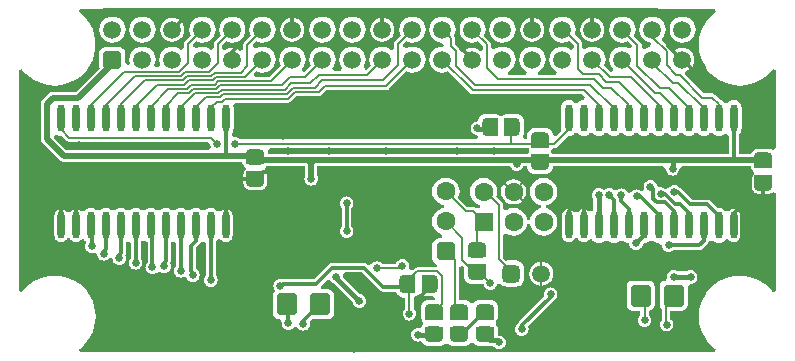
<source format=gbl>
G04 Layer_Physical_Order=2*
G04 Layer_Color=16711680*
%FSAX24Y24*%
%MOIN*%
G70*
G01*
G75*
G04:AMPARAMS|DCode=10|XSize=59.1mil|YSize=51.2mil|CornerRadius=12.8mil|HoleSize=0mil|Usage=FLASHONLY|Rotation=180.000|XOffset=0mil|YOffset=0mil|HoleType=Round|Shape=RoundedRectangle|*
%AMROUNDEDRECTD10*
21,1,0.0591,0.0256,0,0,180.0*
21,1,0.0335,0.0512,0,0,180.0*
1,1,0.0256,-0.0167,0.0128*
1,1,0.0256,0.0167,0.0128*
1,1,0.0256,0.0167,-0.0128*
1,1,0.0256,-0.0167,-0.0128*
%
%ADD10ROUNDEDRECTD10*%
G04:AMPARAMS|DCode=11|XSize=59.1mil|YSize=51.2mil|CornerRadius=12.8mil|HoleSize=0mil|Usage=FLASHONLY|Rotation=90.000|XOffset=0mil|YOffset=0mil|HoleType=Round|Shape=RoundedRectangle|*
%AMROUNDEDRECTD11*
21,1,0.0591,0.0256,0,0,90.0*
21,1,0.0335,0.0512,0,0,90.0*
1,1,0.0256,0.0128,0.0167*
1,1,0.0256,0.0128,-0.0167*
1,1,0.0256,-0.0128,-0.0167*
1,1,0.0256,-0.0128,0.0167*
%
%ADD11ROUNDEDRECTD11*%
G04:AMPARAMS|DCode=15|XSize=70.9mil|YSize=65mil|CornerRadius=4.9mil|HoleSize=0mil|Usage=FLASHONLY|Rotation=90.000|XOffset=0mil|YOffset=0mil|HoleType=Round|Shape=RoundedRectangle|*
%AMROUNDEDRECTD15*
21,1,0.0709,0.0552,0,0,90.0*
21,1,0.0611,0.0650,0,0,90.0*
1,1,0.0097,0.0276,0.0306*
1,1,0.0097,0.0276,-0.0306*
1,1,0.0097,-0.0276,-0.0306*
1,1,0.0097,-0.0276,0.0306*
%
%ADD15ROUNDEDRECTD15*%
%ADD19C,0.0079*%
%ADD20C,0.0118*%
%ADD21C,0.0157*%
%ADD23R,0.0591X0.0256*%
%ADD24R,0.0256X0.0591*%
%ADD25C,0.0591*%
G04:AMPARAMS|DCode=26|XSize=59.1mil|YSize=59.1mil|CornerRadius=8.9mil|HoleSize=0mil|Usage=FLASHONLY|Rotation=0.000|XOffset=0mil|YOffset=0mil|HoleType=Round|Shape=RoundedRectangle|*
%AMROUNDEDRECTD26*
21,1,0.0591,0.0413,0,0,0.0*
21,1,0.0413,0.0591,0,0,0.0*
1,1,0.0177,0.0207,-0.0207*
1,1,0.0177,-0.0207,-0.0207*
1,1,0.0177,-0.0207,0.0207*
1,1,0.0177,0.0207,0.0207*
%
%ADD26ROUNDEDRECTD26*%
%ADD27C,0.0630*%
G04:AMPARAMS|DCode=28|XSize=63mil|YSize=63mil|CornerRadius=15.7mil|HoleSize=0mil|Usage=FLASHONLY|Rotation=90.000|XOffset=0mil|YOffset=0mil|HoleType=Round|Shape=RoundedRectangle|*
%AMROUNDEDRECTD28*
21,1,0.0630,0.0315,0,0,90.0*
21,1,0.0315,0.0630,0,0,90.0*
1,1,0.0315,0.0157,0.0157*
1,1,0.0315,0.0157,-0.0157*
1,1,0.0315,-0.0157,-0.0157*
1,1,0.0315,-0.0157,0.0157*
%
%ADD28ROUNDEDRECTD28*%
G04:AMPARAMS|DCode=29|XSize=63mil|YSize=63mil|CornerRadius=7.9mil|HoleSize=0mil|Usage=FLASHONLY|Rotation=0.000|XOffset=0mil|YOffset=0mil|HoleType=Round|Shape=RoundedRectangle|*
%AMROUNDEDRECTD29*
21,1,0.0630,0.0472,0,0,0.0*
21,1,0.0472,0.0630,0,0,0.0*
1,1,0.0157,0.0236,-0.0236*
1,1,0.0157,-0.0236,-0.0236*
1,1,0.0157,-0.0236,0.0236*
1,1,0.0157,0.0236,0.0236*
%
%ADD29ROUNDEDRECTD29*%
G04:AMPARAMS|DCode=30|XSize=59.1mil|YSize=59.1mil|CornerRadius=14.8mil|HoleSize=0mil|Usage=FLASHONLY|Rotation=0.000|XOffset=0mil|YOffset=0mil|HoleType=Round|Shape=RoundedRectangle|*
%AMROUNDEDRECTD30*
21,1,0.0591,0.0295,0,0,0.0*
21,1,0.0295,0.0591,0,0,0.0*
1,1,0.0295,0.0148,-0.0148*
1,1,0.0295,-0.0148,-0.0148*
1,1,0.0295,-0.0148,0.0148*
1,1,0.0295,0.0148,0.0148*
%
%ADD30ROUNDEDRECTD30*%
%ADD31C,0.0256*%
%ADD32O,0.0236X0.0906*%
%ADD33C,0.0197*%
%ADD34C,0.0071*%
G36*
X040883Y034965D02*
X040951Y034956D01*
X040974Y034959D01*
X041136Y034797D01*
X041181Y034767D01*
X041235Y034756D01*
X045840D01*
X045923Y034695D01*
X045931Y034636D01*
X045949Y034592D01*
X045933Y034549D01*
X045896Y034492D01*
X041126D01*
X040727Y034892D01*
X040725Y034938D01*
X040770Y034974D01*
X040770Y034974D01*
X040838Y034984D01*
X040883Y034965D01*
D02*
G37*
G36*
X062690Y035040D02*
X062696Y035032D01*
X062750Y034991D01*
X062813Y034965D01*
X062880Y034956D01*
X062947Y034965D01*
X063010Y034991D01*
X063064Y035032D01*
X063159Y035014D01*
X063219Y034954D01*
Y034335D01*
X057332D01*
X057331Y034338D01*
X057321Y034351D01*
X057317Y034369D01*
X057303Y034390D01*
X057295Y034406D01*
Y034467D01*
X057369Y034554D01*
X057402D01*
X057455Y034565D01*
X057501Y034596D01*
X057864Y034958D01*
X057880Y034956D01*
X057947Y034965D01*
X058010Y034991D01*
X058064Y035032D01*
X058070Y035040D01*
X058072Y035041D01*
X058188D01*
X058190Y035040D01*
X058196Y035032D01*
X058250Y034991D01*
X058313Y034965D01*
X058380Y034956D01*
X058447Y034965D01*
X058510Y034991D01*
X058564Y035032D01*
X058570Y035040D01*
X058572Y035041D01*
X058688D01*
X058690Y035040D01*
X058696Y035032D01*
X058750Y034991D01*
X058813Y034965D01*
X058880Y034956D01*
X058947Y034965D01*
X059010Y034991D01*
X059064Y035032D01*
X059070Y035040D01*
X059072Y035041D01*
X059188D01*
X059190Y035040D01*
X059196Y035032D01*
X059250Y034991D01*
X059313Y034965D01*
X059380Y034956D01*
X059447Y034965D01*
X059510Y034991D01*
X059564Y035032D01*
X059570Y035040D01*
X059572Y035041D01*
X059688D01*
X059690Y035040D01*
X059696Y035032D01*
X059750Y034991D01*
X059813Y034965D01*
X059880Y034956D01*
X059947Y034965D01*
X060010Y034991D01*
X060064Y035032D01*
X060070Y035040D01*
X060072Y035041D01*
X060188D01*
X060190Y035040D01*
X060196Y035032D01*
X060250Y034991D01*
X060313Y034965D01*
X060380Y034956D01*
X060447Y034965D01*
X060510Y034991D01*
X060564Y035032D01*
X060570Y035040D01*
X060572Y035041D01*
X060688D01*
X060690Y035040D01*
X060696Y035032D01*
X060750Y034991D01*
X060813Y034965D01*
X060880Y034956D01*
X060947Y034965D01*
X061010Y034991D01*
X061064Y035032D01*
X061070Y035040D01*
X061072Y035041D01*
X061188D01*
X061190Y035040D01*
X061196Y035032D01*
X061250Y034991D01*
X061313Y034965D01*
X061380Y034956D01*
X061447Y034965D01*
X061510Y034991D01*
X061564Y035032D01*
X061570Y035040D01*
X061572Y035041D01*
X061688D01*
X061690Y035040D01*
X061696Y035032D01*
X061750Y034991D01*
X061813Y034965D01*
X061880Y034956D01*
X061947Y034965D01*
X062010Y034991D01*
X062064Y035032D01*
X062070Y035040D01*
X062072Y035041D01*
X062188D01*
X062190Y035040D01*
X062196Y035032D01*
X062250Y034991D01*
X062313Y034965D01*
X062380Y034956D01*
X062447Y034965D01*
X062510Y034991D01*
X062564Y035032D01*
X062570Y035040D01*
X062572Y035041D01*
X062688D01*
X062690Y035040D01*
D02*
G37*
G36*
X056537Y034547D02*
X056541Y034529D01*
X056555Y034508D01*
X056563Y034491D01*
Y034419D01*
X056495Y034335D01*
X047869D01*
Y034390D01*
X047860Y034454D01*
X047860Y034461D01*
X047929Y034554D01*
X056532D01*
X056537Y034547D01*
D02*
G37*
G36*
X062780Y039089D02*
X062754Y039072D01*
X062620Y038955D01*
X062503Y038821D01*
X062404Y038673D01*
X062325Y038513D01*
X062268Y038344D01*
X062233Y038170D01*
X062221Y037992D01*
X062233Y037814D01*
X062268Y037640D01*
X062325Y037471D01*
X062404Y037312D01*
X062503Y037163D01*
X062620Y037030D01*
X062754Y036912D01*
X062902Y036813D01*
X063062Y036735D01*
X063230Y036677D01*
X063405Y036643D01*
X063583Y036631D01*
X063760Y036643D01*
X063935Y036677D01*
X064104Y036735D01*
X064263Y036813D01*
X064411Y036912D01*
X064545Y037030D01*
X064663Y037163D01*
X064680Y037190D01*
X064780Y037159D01*
Y034539D01*
X064680Y034490D01*
X064673Y034496D01*
X064607Y034523D01*
X064537Y034532D01*
X064203D01*
X064133Y034523D01*
X064068Y034496D01*
X064012Y034453D01*
X063969Y034397D01*
X063943Y034335D01*
X063540D01*
Y035014D01*
X063564Y035032D01*
X063605Y035086D01*
X063631Y035149D01*
X063640Y035217D01*
Y035886D01*
X063631Y035953D01*
X063605Y036016D01*
X063564Y036070D01*
X063510Y036111D01*
X063447Y036137D01*
X063380Y036146D01*
X063313Y036137D01*
X063250Y036111D01*
X063196Y036070D01*
X063190Y036062D01*
X063188Y036061D01*
X063072D01*
X063070Y036062D01*
X063064Y036070D01*
X063010Y036111D01*
X062947Y036137D01*
X062943Y036138D01*
X062754Y036327D01*
X062710Y036356D01*
X062657Y036367D01*
X062389D01*
X061752Y037004D01*
X061761Y037060D01*
X061784Y037113D01*
X061865Y037147D01*
X061947Y037210D01*
X062011Y037293D01*
X062050Y037389D01*
X062064Y037492D01*
X062050Y037595D01*
X062011Y037691D01*
X061947Y037774D01*
X061865Y037837D01*
X061769Y037877D01*
X061665Y037891D01*
X061562Y037877D01*
X061466Y037837D01*
X061383Y037774D01*
X061378Y037767D01*
X061325Y037773D01*
X061275Y037796D01*
X061268Y037830D01*
X061238Y037874D01*
X060973Y038140D01*
X060976Y038182D01*
X061046Y038273D01*
X061089Y038379D01*
X061104Y038492D01*
X061089Y038606D01*
X061046Y038712D01*
X060976Y038803D01*
X060885Y038872D01*
X060779Y038916D01*
X060665Y038931D01*
X060552Y038916D01*
X060446Y038872D01*
X060355Y038803D01*
X060285Y038712D01*
X060241Y038606D01*
X060226Y038492D01*
X060241Y038379D01*
X060285Y038273D01*
X060355Y038182D01*
X060446Y038112D01*
X060552Y038068D01*
X060605Y038061D01*
X060629Y038027D01*
X060582Y037920D01*
X060552Y037916D01*
X060446Y037872D01*
X060404Y037840D01*
X060304Y037889D01*
Y037990D01*
X060293Y038042D01*
X060264Y038087D01*
X060055Y038295D01*
X060089Y038379D01*
X060104Y038492D01*
X060089Y038606D01*
X060046Y038712D01*
X059976Y038803D01*
X059885Y038872D01*
X059779Y038916D01*
X059665Y038931D01*
X059552Y038916D01*
X059446Y038872D01*
X059355Y038803D01*
X059285Y038712D01*
X059241Y038606D01*
X059226Y038492D01*
X059241Y038379D01*
X059285Y038273D01*
X059355Y038182D01*
X059446Y038112D01*
X059552Y038068D01*
X059665Y038053D01*
X059779Y038068D01*
X059862Y038102D01*
X059988Y037976D01*
X059981Y037924D01*
X059900Y037881D01*
X059874Y037877D01*
X059779Y037916D01*
X059665Y037931D01*
X059552Y037916D01*
X059446Y037872D01*
X059355Y037803D01*
X059285Y037712D01*
X059241Y037606D01*
X059226Y037492D01*
X059241Y037378D01*
X059285Y037273D01*
X059348Y037191D01*
X059342Y037150D01*
X059317Y037085D01*
X059273Y037078D01*
X059055Y037295D01*
X059089Y037378D01*
X059104Y037492D01*
X059089Y037606D01*
X059046Y037712D01*
X058976Y037803D01*
X058885Y037872D01*
X058779Y037916D01*
X058665Y037931D01*
X058552Y037916D01*
X058446Y037872D01*
X058416Y037849D01*
X058316Y037898D01*
Y038031D01*
X058305Y038084D01*
X058276Y038128D01*
X058071Y038333D01*
X058089Y038379D01*
X058104Y038492D01*
X058089Y038606D01*
X058046Y038712D01*
X057976Y038803D01*
X057885Y038872D01*
X057779Y038916D01*
X057665Y038931D01*
X057552Y038916D01*
X057446Y038872D01*
X057355Y038803D01*
X057285Y038712D01*
X057241Y038606D01*
X057226Y038492D01*
X057241Y038379D01*
X057285Y038273D01*
X057355Y038182D01*
X057446Y038112D01*
X057552Y038068D01*
X057665Y038053D01*
X057779Y038068D01*
X057885Y038112D01*
X057897Y038121D01*
X058043Y037975D01*
Y037872D01*
X057943Y037828D01*
X057885Y037872D01*
X057779Y037916D01*
X057665Y037931D01*
X057552Y037916D01*
X057446Y037872D01*
X057355Y037803D01*
X057285Y037712D01*
X057241Y037606D01*
X057226Y037492D01*
X057241Y037378D01*
X057285Y037273D01*
X057355Y037182D01*
X057446Y037112D01*
X057483Y037097D01*
X057463Y036997D01*
X056868D01*
X056848Y037097D01*
X056885Y037112D01*
X056976Y037182D01*
X057046Y037273D01*
X057089Y037378D01*
X057104Y037492D01*
X057089Y037606D01*
X057046Y037712D01*
X056976Y037803D01*
X056885Y037872D01*
X056779Y037916D01*
X056665Y037931D01*
X056552Y037916D01*
X056446Y037872D01*
X056355Y037803D01*
X056285Y037712D01*
X056241Y037606D01*
X056226Y037492D01*
X056241Y037378D01*
X056285Y037273D01*
X056355Y037182D01*
X056446Y037112D01*
X056483Y037097D01*
X056463Y036997D01*
X055868D01*
X055848Y037097D01*
X055885Y037112D01*
X055976Y037182D01*
X056046Y037273D01*
X056089Y037378D01*
X056104Y037492D01*
X056089Y037606D01*
X056046Y037712D01*
X055976Y037803D01*
X055885Y037872D01*
X055779Y037916D01*
X055665Y037931D01*
X055552Y037916D01*
X055446Y037872D01*
X055394Y037833D01*
X055294Y037882D01*
Y038000D01*
X055284Y038052D01*
X055254Y038097D01*
X055055Y038295D01*
X055089Y038379D01*
X055104Y038492D01*
X055089Y038606D01*
X055046Y038712D01*
X054976Y038803D01*
X054885Y038872D01*
X054779Y038916D01*
X054665Y038931D01*
X054552Y038916D01*
X054446Y038872D01*
X054355Y038803D01*
X054285Y038712D01*
X054241Y038606D01*
X054226Y038492D01*
X054241Y038379D01*
X054285Y038273D01*
X054355Y038182D01*
X054446Y038112D01*
X054552Y038068D01*
X054665Y038053D01*
X054779Y038068D01*
X054862Y038102D01*
X055021Y037943D01*
Y037838D01*
X055007Y037826D01*
X054921Y037794D01*
X054865Y037837D01*
X054769Y037877D01*
X054665Y037891D01*
X054562Y037877D01*
X054466Y037837D01*
X054383Y037774D01*
X054370Y037757D01*
X054321Y037761D01*
X054266Y037786D01*
X054260Y037818D01*
X054230Y037862D01*
X054083Y038009D01*
Y038211D01*
X054073Y038263D01*
X054054Y038292D01*
X054089Y038379D01*
X054104Y038492D01*
X054089Y038606D01*
X054046Y038712D01*
X053976Y038803D01*
X053885Y038872D01*
X053779Y038916D01*
X053665Y038931D01*
X053552Y038916D01*
X053446Y038872D01*
X053355Y038803D01*
X053285Y038712D01*
X053241Y038606D01*
X053226Y038492D01*
X053241Y038379D01*
X053285Y038273D01*
X053355Y038182D01*
X053446Y038112D01*
X053552Y038068D01*
X053665Y038053D01*
X053716Y037994D01*
X053665Y037931D01*
X053552Y037916D01*
X053446Y037872D01*
X053355Y037803D01*
X053285Y037712D01*
X053241Y037606D01*
X053226Y037492D01*
X053241Y037378D01*
X053285Y037273D01*
X053355Y037182D01*
X053446Y037112D01*
X053552Y037068D01*
X053665Y037053D01*
X053779Y037068D01*
X053862Y037102D01*
X054585Y036380D01*
X054629Y036350D01*
X054681Y036340D01*
X058319D01*
X058417Y036242D01*
X058388Y036167D01*
X058373Y036145D01*
X058313Y036137D01*
X058250Y036111D01*
X058196Y036070D01*
X058190Y036062D01*
X058188Y036061D01*
X058072D01*
X058070Y036062D01*
X058064Y036070D01*
X058010Y036111D01*
X057947Y036137D01*
X057880Y036146D01*
X057813Y036137D01*
X057750Y036111D01*
X057696Y036070D01*
X057654Y036016D01*
X057628Y035953D01*
X057620Y035886D01*
Y035217D01*
X057628Y035149D01*
X057637Y035129D01*
X057464Y034956D01*
X057361Y034994D01*
X057358Y035021D01*
X057331Y035086D01*
X057288Y035142D01*
X057232Y035185D01*
X057166Y035212D01*
X057096Y035221D01*
X056762D01*
X056692Y035212D01*
X056627Y035185D01*
X056571Y035142D01*
X056528Y035086D01*
X056501Y035021D01*
X056492Y034951D01*
Y034835D01*
X056390D01*
X056342Y034935D01*
X056356Y034953D01*
X056383Y035019D01*
X056392Y035089D01*
Y035423D01*
X056383Y035493D01*
X056356Y035558D01*
X056313Y035614D01*
X056257Y035657D01*
X056192Y035684D01*
X056122Y035693D01*
X055866D01*
X055796Y035684D01*
X055731Y035657D01*
X055718Y035648D01*
X055700Y035644D01*
X055679Y035630D01*
X055663Y035622D01*
X055578D01*
X055561Y035630D01*
X055540Y035644D01*
X055522Y035648D01*
X055509Y035657D01*
X055444Y035684D01*
X055374Y035693D01*
X055118D01*
X055048Y035684D01*
X054983Y035657D01*
X054927Y035614D01*
X054884Y035558D01*
X054857Y035493D01*
X054849Y035433D01*
X054832Y035435D01*
X054773Y035427D01*
X054718Y035405D01*
X054671Y035368D01*
X054634Y035321D01*
X054612Y035266D01*
X054604Y035207D01*
X054612Y035148D01*
X054634Y035093D01*
X054671Y035045D01*
X054718Y035009D01*
X054773Y034986D01*
X054811Y034981D01*
X054847Y034935D01*
X054841Y034908D01*
X054789Y034835D01*
X046920D01*
X046904Y034856D01*
X046856Y034893D01*
X046801Y034915D01*
X046742Y034923D01*
X046711Y034919D01*
X046678Y034940D01*
X046666Y034966D01*
X046652Y035055D01*
X046676Y035086D01*
X046702Y035149D01*
X046711Y035217D01*
Y035886D01*
X046702Y035953D01*
X046700Y035958D01*
X046765Y036058D01*
X048517D01*
X048569Y036068D01*
X048613Y036098D01*
X048797Y036281D01*
X049537D01*
X049590Y036291D01*
X049634Y036321D01*
X049801Y036488D01*
X051797D01*
X051849Y036498D01*
X051894Y036528D01*
X052469Y037102D01*
X052552Y037068D01*
X052665Y037053D01*
X052779Y037068D01*
X052885Y037112D01*
X052976Y037182D01*
X053046Y037273D01*
X053089Y037378D01*
X053104Y037492D01*
X053089Y037606D01*
X053046Y037712D01*
X052976Y037803D01*
X052885Y037872D01*
X052779Y037916D01*
X052665Y037931D01*
X052552Y037916D01*
X052471Y037883D01*
X052395Y037914D01*
X052366Y037937D01*
X052359Y037993D01*
X052469Y038102D01*
X052552Y038068D01*
X052665Y038053D01*
X052779Y038068D01*
X052885Y038112D01*
X052976Y038182D01*
X053046Y038273D01*
X053089Y038379D01*
X053104Y038492D01*
X053089Y038606D01*
X053046Y038712D01*
X052976Y038803D01*
X052885Y038872D01*
X052779Y038916D01*
X052665Y038931D01*
X052552Y038916D01*
X052446Y038872D01*
X052355Y038803D01*
X052285Y038712D01*
X052241Y038606D01*
X052226Y038492D01*
X052241Y038379D01*
X052276Y038295D01*
X052089Y038108D01*
X052059Y038064D01*
X052049Y038012D01*
Y037867D01*
X052037Y037857D01*
X051949Y037823D01*
X051885Y037872D01*
X051779Y037916D01*
X051665Y037931D01*
X051552Y037916D01*
X051446Y037872D01*
X051355Y037803D01*
X051285Y037712D01*
X051241Y037606D01*
X051226Y037492D01*
X051241Y037378D01*
X051276Y037295D01*
X051136Y037156D01*
X051088Y037163D01*
X051044Y037271D01*
X051046Y037273D01*
X051089Y037378D01*
X051104Y037492D01*
X051089Y037606D01*
X051046Y037712D01*
X050976Y037803D01*
X050885Y037872D01*
X050779Y037916D01*
X050665Y037931D01*
X050552Y037916D01*
X050446Y037872D01*
X050355Y037803D01*
X050285Y037712D01*
X050241Y037606D01*
X050226Y037492D01*
X050241Y037378D01*
X050285Y037273D01*
X050329Y037215D01*
X050286Y037115D01*
X050045D01*
X050001Y037215D01*
X050046Y037273D01*
X050089Y037378D01*
X050104Y037492D01*
X050089Y037606D01*
X050046Y037712D01*
X049976Y037803D01*
X049885Y037872D01*
X049779Y037916D01*
X049665Y037931D01*
X049552Y037916D01*
X049446Y037872D01*
X049355Y037803D01*
X049285Y037712D01*
X049241Y037606D01*
X049226Y037492D01*
X049241Y037378D01*
X049276Y037295D01*
X049058Y037078D01*
X049013Y037085D01*
X048988Y037150D01*
X048983Y037191D01*
X049046Y037273D01*
X049089Y037378D01*
X049104Y037492D01*
X049089Y037606D01*
X049046Y037712D01*
X048976Y037803D01*
X048885Y037872D01*
X048779Y037916D01*
X048665Y037931D01*
X048552Y037916D01*
X048446Y037872D01*
X048355Y037803D01*
X048285Y037712D01*
X048241Y037606D01*
X048226Y037492D01*
X048241Y037378D01*
X048276Y037295D01*
X047896Y036916D01*
X047413D01*
X047375Y037008D01*
X047469Y037102D01*
X047552Y037068D01*
X047665Y037053D01*
X047779Y037068D01*
X047885Y037112D01*
X047976Y037182D01*
X048046Y037273D01*
X048089Y037378D01*
X048104Y037492D01*
X048089Y037606D01*
X048046Y037712D01*
X047976Y037803D01*
X047885Y037872D01*
X047779Y037916D01*
X047665Y037931D01*
X047552Y037916D01*
X047458Y037877D01*
X047417Y037888D01*
X047351Y037925D01*
X047344Y037978D01*
X047469Y038102D01*
X047552Y038068D01*
X047665Y038053D01*
X047779Y038068D01*
X047885Y038112D01*
X047976Y038182D01*
X048046Y038273D01*
X048089Y038379D01*
X048104Y038492D01*
X048089Y038606D01*
X048046Y038712D01*
X047976Y038803D01*
X047885Y038872D01*
X047779Y038916D01*
X047665Y038931D01*
X047552Y038916D01*
X047446Y038872D01*
X047355Y038803D01*
X047285Y038712D01*
X047241Y038606D01*
X047226Y038492D01*
X047241Y038379D01*
X047276Y038295D01*
X047069Y038089D01*
X047039Y038044D01*
X047029Y037992D01*
Y037832D01*
X046994Y037807D01*
X046929Y037788D01*
X046865Y037837D01*
X046769Y037877D01*
X046665Y037891D01*
X046562Y037877D01*
X046466Y037837D01*
X046418Y037800D01*
X046318Y037845D01*
Y037951D01*
X046469Y038102D01*
X046552Y038068D01*
X046665Y038053D01*
X046779Y038068D01*
X046885Y038112D01*
X046976Y038182D01*
X047046Y038273D01*
X047089Y038379D01*
X047104Y038492D01*
X047089Y038606D01*
X047046Y038712D01*
X046976Y038803D01*
X046885Y038872D01*
X046779Y038916D01*
X046665Y038931D01*
X046552Y038916D01*
X046446Y038872D01*
X046355Y038803D01*
X046285Y038712D01*
X046241Y038606D01*
X046226Y038492D01*
X046241Y038379D01*
X046276Y038295D01*
X046085Y038104D01*
X046055Y038060D01*
X046045Y038008D01*
Y037868D01*
X045945Y037826D01*
X045885Y037872D01*
X045779Y037916D01*
X045665Y037931D01*
X045552Y037916D01*
X045467Y037881D01*
X045398Y037906D01*
X045360Y037933D01*
X045353Y037987D01*
X045469Y038102D01*
X045552Y038068D01*
X045665Y038053D01*
X045779Y038068D01*
X045885Y038112D01*
X045976Y038182D01*
X046046Y038273D01*
X046089Y038379D01*
X046104Y038492D01*
X046089Y038606D01*
X046046Y038712D01*
X045976Y038803D01*
X045885Y038872D01*
X045779Y038916D01*
X045665Y038931D01*
X045552Y038916D01*
X045446Y038872D01*
X045355Y038803D01*
X045285Y038712D01*
X045241Y038606D01*
X045226Y038492D01*
X045241Y038379D01*
X045276Y038295D01*
X045081Y038100D01*
X045051Y038056D01*
X045041Y038004D01*
Y037875D01*
X044941Y037830D01*
X044885Y037872D01*
X044779Y037916D01*
X044665Y037931D01*
X044552Y037916D01*
X044446Y037872D01*
X044355Y037803D01*
X044285Y037712D01*
X044241Y037606D01*
X044226Y037492D01*
X044241Y037378D01*
X044265Y037321D01*
X044216Y037238D01*
X044115D01*
X044066Y037321D01*
X044089Y037378D01*
X044104Y037492D01*
X044089Y037606D01*
X044046Y037712D01*
X043976Y037803D01*
X043885Y037872D01*
X043779Y037916D01*
X043665Y037931D01*
X043552Y037916D01*
X043446Y037872D01*
X043355Y037803D01*
X043285Y037712D01*
X043241Y037606D01*
X043226Y037492D01*
X043241Y037378D01*
X043186Y037304D01*
X043103Y037371D01*
Y037699D01*
X043095Y037758D01*
X043072Y037814D01*
X043035Y037862D01*
X042987Y037898D01*
X042932Y037922D01*
X042872Y037929D01*
X042459D01*
X042399Y037922D01*
X042343Y037898D01*
X042296Y037862D01*
X042259Y037814D01*
X042236Y037758D01*
X042228Y037699D01*
Y037285D01*
X042236Y037226D01*
X042242Y037211D01*
X041452Y036421D01*
X040679D01*
X040602Y036406D01*
X040537Y036362D01*
X040340Y036166D01*
X040297Y036100D01*
X040282Y036024D01*
Y034852D01*
X040297Y034776D01*
X040340Y034710D01*
X040901Y034149D01*
X040967Y034106D01*
X041043Y034091D01*
X046999D01*
X047003Y034064D01*
X047030Y033999D01*
X047039Y033986D01*
X047043Y033968D01*
X047065Y033935D01*
X047087Y033920D01*
X047110Y033836D01*
X047110Y033836D01*
X047101Y033804D01*
X047065Y033757D01*
X047042Y033701D01*
X047034Y033642D01*
Y033386D01*
X047042Y033326D01*
X047065Y033271D01*
X047101Y033223D01*
X047149Y033187D01*
X047204Y033164D01*
X047264Y033156D01*
X047598D01*
X047658Y033164D01*
X047713Y033187D01*
X047761Y033223D01*
X047798Y033271D01*
X047821Y033326D01*
X047828Y033386D01*
Y033642D01*
X047821Y033701D01*
X047798Y033757D01*
X047761Y033804D01*
X047752Y033836D01*
X047775Y033920D01*
X047795Y033933D01*
X049079D01*
X049081Y033928D01*
Y033603D01*
X049073Y033584D01*
X049065Y033525D01*
X049073Y033466D01*
X049096Y033411D01*
X049132Y033364D01*
X049180Y033328D01*
X049235Y033305D01*
X049294Y033297D01*
X049353Y033305D01*
X049408Y033328D01*
X049455Y033364D01*
X049491Y033411D01*
X049514Y033466D01*
X049522Y033525D01*
X049514Y033584D01*
X049491Y033639D01*
X049482Y033652D01*
Y033928D01*
X049484Y033933D01*
X055931D01*
X055944Y033902D01*
X055980Y033854D01*
X056028Y033818D01*
X056083Y033795D01*
X056142Y033787D01*
X056201Y033795D01*
X056256Y033818D01*
X056303Y033854D01*
X056339Y033902D01*
X056353Y033933D01*
X056493D01*
X056501Y033877D01*
X056528Y033812D01*
X056571Y033756D01*
X056627Y033713D01*
X056692Y033686D01*
X056762Y033677D01*
X057096D01*
X057166Y033686D01*
X057232Y033713D01*
X057288Y033756D01*
X057331Y033812D01*
X057358Y033877D01*
X057365Y033933D01*
X061020D01*
X061110Y033858D01*
X061118Y033799D01*
X061141Y033744D01*
X061177Y033697D01*
X061224Y033661D01*
X061279Y033638D01*
X061339Y033630D01*
X061398Y033638D01*
X061453Y033661D01*
X061500Y033697D01*
X061536Y033744D01*
X061559Y033799D01*
X061567Y033858D01*
X061657Y033933D01*
X063943D01*
X063969Y033871D01*
X063978Y033858D01*
X063982Y033840D01*
X064004Y033807D01*
X064026Y033792D01*
X064049Y033708D01*
X064040Y033676D01*
X064004Y033629D01*
X063981Y033573D01*
X063973Y033514D01*
Y033258D01*
X063981Y033198D01*
X064004Y033143D01*
X064040Y033095D01*
X064088Y033059D01*
X064143Y033036D01*
X064203Y033028D01*
X064537D01*
X064597Y033036D01*
X064652Y033059D01*
X064680Y033080D01*
X064749Y033059D01*
X064780Y033035D01*
Y029770D01*
X064680Y029740D01*
X064663Y029766D01*
X064545Y029900D01*
X064411Y030017D01*
X064263Y030116D01*
X064104Y030195D01*
X063935Y030252D01*
X063760Y030287D01*
X063583Y030298D01*
X063405Y030287D01*
X063230Y030252D01*
X063062Y030195D01*
X062902Y030116D01*
X062754Y030017D01*
X062620Y029900D01*
X062503Y029766D01*
X062404Y029618D01*
X062325Y029458D01*
X062268Y029289D01*
X062233Y029115D01*
X062221Y028937D01*
X062233Y028759D01*
X062268Y028585D01*
X062325Y028416D01*
X062404Y028256D01*
X062503Y028108D01*
X062620Y027975D01*
X062754Y027857D01*
X062780Y027840D01*
X062750Y027740D01*
X041581D01*
X041551Y027840D01*
X041577Y027857D01*
X041711Y027975D01*
X041828Y028108D01*
X041927Y028256D01*
X042006Y028416D01*
X042063Y028585D01*
X042098Y028759D01*
X042109Y028937D01*
X042098Y029115D01*
X042063Y029289D01*
X042006Y029458D01*
X041927Y029618D01*
X041828Y029766D01*
X041711Y029900D01*
X041577Y030017D01*
X041429Y030116D01*
X041269Y030195D01*
X041100Y030252D01*
X040926Y030287D01*
X040748Y030298D01*
X040570Y030287D01*
X040396Y030252D01*
X040227Y030195D01*
X040067Y030116D01*
X039919Y030017D01*
X039786Y029900D01*
X039668Y029766D01*
X039651Y029740D01*
X039551Y029770D01*
Y037159D01*
X039651Y037190D01*
X039668Y037163D01*
X039786Y037030D01*
X039919Y036912D01*
X040067Y036813D01*
X040227Y036735D01*
X040396Y036677D01*
X040570Y036643D01*
X040748Y036631D01*
X040926Y036643D01*
X041100Y036677D01*
X041269Y036735D01*
X041429Y036813D01*
X041577Y036912D01*
X041711Y037030D01*
X041828Y037163D01*
X041927Y037312D01*
X042006Y037471D01*
X042063Y037640D01*
X042098Y037814D01*
X042109Y037992D01*
X042098Y038170D01*
X042063Y038344D01*
X042006Y038513D01*
X041927Y038673D01*
X041828Y038821D01*
X041711Y038955D01*
X041577Y039072D01*
X041551Y039089D01*
X041581Y039189D01*
X062750D01*
X062780Y039089D01*
D02*
G37*
%LPC*%
G36*
X045951Y032563D02*
X045883Y032555D01*
X045821Y032529D01*
X045767Y032487D01*
X045761Y032479D01*
X045759Y032478D01*
X045643D01*
X045641Y032479D01*
X045635Y032487D01*
X045581Y032529D01*
X045518Y032555D01*
X045451Y032563D01*
X045383Y032555D01*
X045321Y032529D01*
X045267Y032487D01*
X045261Y032479D01*
X045259Y032478D01*
X045143D01*
X045141Y032479D01*
X045135Y032487D01*
X045081Y032529D01*
X045018Y032555D01*
X044951Y032563D01*
X044883Y032555D01*
X044821Y032529D01*
X044767Y032487D01*
X044761Y032479D01*
X044759Y032478D01*
X044643D01*
X044641Y032479D01*
X044635Y032487D01*
X044581Y032529D01*
X044518Y032555D01*
X044451Y032563D01*
X044383Y032555D01*
X044321Y032529D01*
X044267Y032487D01*
X044261Y032479D01*
X044259Y032478D01*
X044143D01*
X044141Y032479D01*
X044135Y032487D01*
X044081Y032529D01*
X044018Y032555D01*
X043951Y032563D01*
X043883Y032555D01*
X043821Y032529D01*
X043767Y032487D01*
X043761Y032479D01*
X043759Y032478D01*
X043643D01*
X043641Y032479D01*
X043635Y032487D01*
X043581Y032529D01*
X043518Y032555D01*
X043451Y032563D01*
X043383Y032555D01*
X043321Y032529D01*
X043267Y032487D01*
X043261Y032479D01*
X043259Y032478D01*
X043143D01*
X043141Y032479D01*
X043135Y032487D01*
X043081Y032529D01*
X043018Y032555D01*
X042951Y032563D01*
X042883Y032555D01*
X042821Y032529D01*
X042767Y032487D01*
X042761Y032479D01*
X042759Y032478D01*
X042643D01*
X042641Y032479D01*
X042635Y032487D01*
X042581Y032529D01*
X042518Y032555D01*
X042451Y032563D01*
X042383Y032555D01*
X042321Y032529D01*
X042267Y032487D01*
X042261Y032479D01*
X042259Y032478D01*
X042143D01*
X042141Y032479D01*
X042135Y032487D01*
X042081Y032529D01*
X042018Y032555D01*
X041951Y032563D01*
X041883Y032555D01*
X041821Y032529D01*
X041767Y032487D01*
X041736Y032447D01*
X041709Y032437D01*
X041692Y032436D01*
X041620Y032441D01*
X041606Y032459D01*
X041561Y032494D01*
X041508Y032516D01*
X041451Y032523D01*
X041394Y032516D01*
X041341Y032494D01*
X041295Y032459D01*
X041260Y032413D01*
X041255Y032400D01*
X041147D01*
X041141Y032413D01*
X041106Y032459D01*
X041061Y032494D01*
X041008Y032516D01*
X040951Y032523D01*
X040894Y032516D01*
X040841Y032494D01*
X040795Y032459D01*
X040760Y032413D01*
X040738Y032360D01*
X040731Y032303D01*
Y031634D01*
X040738Y031577D01*
X040760Y031524D01*
X040795Y031478D01*
X040841Y031443D01*
X040894Y031421D01*
X040951Y031414D01*
X041008Y031421D01*
X041061Y031443D01*
X041106Y031478D01*
X041141Y031524D01*
X041147Y031537D01*
X041255D01*
X041260Y031524D01*
X041295Y031478D01*
X041341Y031443D01*
X041394Y031421D01*
X041451Y031414D01*
X041508Y031421D01*
X041561Y031443D01*
X041606Y031478D01*
X041620Y031496D01*
X041692Y031501D01*
X041709Y031500D01*
X041736Y031490D01*
X041767Y031450D01*
X041785Y031436D01*
X041790Y031394D01*
X041768Y031339D01*
X041760Y031280D01*
X041768Y031220D01*
X041790Y031165D01*
X041827Y031118D01*
X041874Y031082D01*
X041929Y031059D01*
X041988Y031051D01*
X042047Y031059D01*
X042060Y031064D01*
X042103Y031047D01*
X042152Y031011D01*
X042159Y031001D01*
X042163Y030966D01*
X042186Y030911D01*
X042222Y030864D01*
X042270Y030827D01*
X042325Y030805D01*
X042384Y030797D01*
X042443Y030805D01*
X042498Y030827D01*
X042545Y030864D01*
X042569Y030894D01*
X042639Y030882D01*
X042669Y030867D01*
X042675Y030818D01*
X042698Y030763D01*
X042734Y030716D01*
X042782Y030680D01*
X042837Y030657D01*
X042896Y030649D01*
X042955Y030657D01*
X043010Y030680D01*
X043057Y030716D01*
X043094Y030763D01*
X043116Y030818D01*
X043124Y030877D01*
X043116Y030937D01*
X043100Y030976D01*
X043111Y030992D01*
X043123Y031053D01*
Y031407D01*
X043213Y031434D01*
X043229Y031431D01*
X043290Y031372D01*
Y030893D01*
X043276Y030881D01*
X043239Y030834D01*
X043217Y030779D01*
X043209Y030720D01*
X043217Y030661D01*
X043239Y030606D01*
X043276Y030559D01*
X043323Y030522D01*
X043378Y030499D01*
X043437Y030492D01*
X043496Y030499D01*
X043551Y030522D01*
X043599Y030559D01*
X043635Y030606D01*
X043658Y030661D01*
X043665Y030720D01*
X043658Y030779D01*
X043635Y030834D01*
X043611Y030865D01*
Y031432D01*
X043635Y031450D01*
X043641Y031458D01*
X043643Y031459D01*
X043759D01*
X043761Y031458D01*
X043767Y031450D01*
X043821Y031408D01*
X043838Y031401D01*
Y030734D01*
X043837Y030734D01*
X043800Y030687D01*
X043778Y030631D01*
X043770Y030572D01*
X043778Y030513D01*
X043800Y030458D01*
X043837Y030411D01*
X043884Y030375D01*
X043939Y030352D01*
X043998Y030344D01*
X044057Y030352D01*
X044112Y030375D01*
X044139Y030395D01*
X044226Y030438D01*
X044275Y030406D01*
X044278Y030404D01*
X044333Y030381D01*
X044392Y030374D01*
X044451Y030381D01*
X044506Y030404D01*
X044553Y030440D01*
X044590Y030488D01*
X044612Y030543D01*
X044620Y030602D01*
X044612Y030661D01*
X044595Y030702D01*
X044599Y030708D01*
X044611Y030770D01*
Y031432D01*
X044635Y031450D01*
X044729Y031431D01*
X044790Y031372D01*
Y030622D01*
X044782Y030616D01*
X044745Y030568D01*
X044723Y030513D01*
X044715Y030454D01*
X044723Y030395D01*
X044745Y030340D01*
X044782Y030293D01*
X044829Y030257D01*
X044884Y030234D01*
X044943Y030226D01*
X045002Y030234D01*
X045026Y030243D01*
X045074Y030245D01*
X045146Y030199D01*
X045149Y030192D01*
X045185Y030145D01*
X045233Y030109D01*
X045288Y030086D01*
X045347Y030078D01*
X045406Y030086D01*
X045461Y030109D01*
X045508Y030145D01*
X045544Y030192D01*
X045567Y030247D01*
X045575Y030307D01*
X045567Y030366D01*
X045544Y030421D01*
X045508Y030468D01*
X045461Y030504D01*
X045452Y030508D01*
X045446Y030514D01*
Y031223D01*
X045564Y031341D01*
X045599Y031393D01*
X045606Y031428D01*
X045635Y031450D01*
X045729Y031431D01*
X045790Y031372D01*
Y030314D01*
X045786Y030311D01*
X045749Y030263D01*
X045727Y030208D01*
X045719Y030149D01*
X045727Y030090D01*
X045749Y030035D01*
X045786Y029988D01*
X045833Y029951D01*
X045888Y029929D01*
X045947Y029921D01*
X046006Y029929D01*
X046061Y029951D01*
X046109Y029988D01*
X046145Y030035D01*
X046168Y030090D01*
X046175Y030149D01*
X046168Y030208D01*
X046145Y030263D01*
X046111Y030307D01*
Y031432D01*
X046135Y031450D01*
X046166Y031490D01*
X046192Y031500D01*
X046210Y031501D01*
X046281Y031496D01*
X046295Y031478D01*
X046341Y031443D01*
X046394Y031421D01*
X046451Y031414D01*
X046508Y031421D01*
X046561Y031443D01*
X046606Y031478D01*
X046641Y031524D01*
X046663Y031577D01*
X046671Y031634D01*
Y032303D01*
X046663Y032360D01*
X046641Y032413D01*
X046606Y032459D01*
X046561Y032494D01*
X046508Y032516D01*
X046451Y032523D01*
X046394Y032516D01*
X046341Y032494D01*
X046295Y032459D01*
X046281Y032441D01*
X046210Y032436D01*
X046192Y032437D01*
X046166Y032447D01*
X046135Y032487D01*
X046081Y032529D01*
X046018Y032555D01*
X045951Y032563D01*
D02*
G37*
G36*
X053780Y033559D02*
X053661Y033544D01*
X053550Y033498D01*
X053455Y033425D01*
X053382Y033330D01*
X053336Y033219D01*
X053321Y033100D01*
X053336Y032982D01*
X053382Y032871D01*
X053455Y032776D01*
X053550Y032703D01*
X053661Y032657D01*
X053709Y032651D01*
Y032550D01*
X053661Y032544D01*
X053550Y032498D01*
X053455Y032425D01*
X053382Y032330D01*
X053336Y032219D01*
X053321Y032100D01*
X053336Y031982D01*
X053382Y031871D01*
X053455Y031776D01*
X053550Y031703D01*
X053661Y031657D01*
X053648Y031558D01*
X053622D01*
X053544Y031548D01*
X053472Y031518D01*
X053410Y031470D01*
X053362Y031408D01*
X053332Y031336D01*
X053322Y031258D01*
Y030943D01*
X053332Y030865D01*
X053362Y030793D01*
X053410Y030731D01*
X053427Y030717D01*
X053503Y030659D01*
Y030659D01*
X053503D01*
X053494Y030574D01*
X053475Y030574D01*
X052825D01*
X052771Y030563D01*
X052725Y030532D01*
X052674Y030481D01*
X052628Y030491D01*
X052553Y030561D01*
X052561Y030620D01*
X052553Y030679D01*
X052530Y030734D01*
X052494Y030782D01*
X052447Y030818D01*
X052392Y030841D01*
X052333Y030848D01*
X052274Y030841D01*
X052219Y030818D01*
X052171Y030782D01*
X052135Y030734D01*
X052113Y030682D01*
X051664D01*
X051648Y030703D01*
X051600Y030739D01*
X051545Y030762D01*
X051486Y030770D01*
X051427Y030762D01*
X051372Y030739D01*
X051325Y030703D01*
X051301Y030672D01*
X051236Y030654D01*
X051179Y030652D01*
X051157Y030675D01*
X051105Y030709D01*
X051043Y030722D01*
X051043Y030722D01*
X050000D01*
X050000Y030722D01*
X049939Y030709D01*
X049886Y030675D01*
X049886Y030675D01*
X049402Y030190D01*
X048337D01*
X048337Y030190D01*
X048275Y030178D01*
X048274Y030177D01*
X048258Y030179D01*
X048199Y030171D01*
X048144Y030149D01*
X048096Y030112D01*
X048060Y030065D01*
X048037Y030010D01*
X048030Y029951D01*
X048037Y029892D01*
X048060Y029837D01*
X048077Y029814D01*
X048072Y029782D01*
X048030Y029720D01*
X048016Y029646D01*
Y029035D01*
X048030Y028961D01*
X048072Y028899D01*
X048135Y028857D01*
X048208Y028843D01*
X048239D01*
X048292Y028784D01*
X048311Y028743D01*
X048305Y028701D01*
X048313Y028642D01*
X048336Y028587D01*
X048372Y028539D01*
X048419Y028503D01*
X048474Y028480D01*
X048533Y028472D01*
X048593Y028480D01*
X048648Y028503D01*
X048695Y028539D01*
X048721Y028573D01*
X048782Y028578D01*
X048833Y028570D01*
X048864Y028529D01*
X048911Y028493D01*
X048966Y028470D01*
X049026Y028463D01*
X049085Y028470D01*
X049140Y028493D01*
X049187Y028529D01*
X049223Y028577D01*
X049246Y028632D01*
X049254Y028691D01*
X049246Y028750D01*
X049239Y028766D01*
X049316Y028843D01*
X049863D01*
X049936Y028857D01*
X049999Y028899D01*
X050040Y028961D01*
X050055Y029035D01*
Y029646D01*
X050040Y029720D01*
X049999Y029782D01*
X049936Y029824D01*
X049863Y029839D01*
X049641D01*
X049633Y029849D01*
X049605Y029939D01*
X049818Y030152D01*
X049915Y030143D01*
X049938Y030131D01*
X049967Y030094D01*
X050014Y030058D01*
X050043Y030046D01*
X050671Y029418D01*
X050675Y029390D01*
X050698Y029335D01*
X050734Y029287D01*
X050781Y029251D01*
X050837Y029228D01*
X050896Y029220D01*
X050955Y029228D01*
X051010Y029251D01*
X051057Y029287D01*
X051093Y029335D01*
X051116Y029390D01*
X051124Y029449D01*
X051116Y029508D01*
X051093Y029563D01*
X051057Y029610D01*
X051010Y029647D01*
X050955Y029669D01*
X050927Y029673D01*
X050355Y030245D01*
X050356Y030256D01*
X050350Y030300D01*
X050361Y030330D01*
X050421Y030400D01*
X050977D01*
X051570Y029808D01*
X051622Y029773D01*
X051683Y029761D01*
X051683Y029761D01*
X052112D01*
X052138Y029698D01*
X052181Y029642D01*
X052237Y029599D01*
X052302Y029572D01*
X052372Y029562D01*
X052428D01*
Y029203D01*
X052407Y029187D01*
X052371Y029140D01*
X052348Y029085D01*
X052341Y029026D01*
X052348Y028966D01*
X052371Y028911D01*
X052407Y028864D01*
X052455Y028828D01*
X052510Y028805D01*
X052569Y028797D01*
X052628Y028805D01*
X052683Y028828D01*
X052730Y028864D01*
X052767Y028911D01*
X052789Y028966D01*
X052797Y029026D01*
X052789Y029085D01*
X052767Y029140D01*
X052730Y029187D01*
X052709Y029203D01*
Y029576D01*
X052763Y029599D01*
X052776Y029608D01*
X052794Y029612D01*
X052827Y029634D01*
X052842Y029656D01*
X052926Y029679D01*
X052958Y029670D01*
X053005Y029634D01*
X053061Y029611D01*
X053120Y029603D01*
X053354D01*
X053406Y029556D01*
X053433Y029513D01*
X053427Y029492D01*
X053421Y029483D01*
X053209D01*
X053139Y029474D01*
X053074Y029447D01*
X053018Y029404D01*
X052975Y029348D01*
X052948Y029283D01*
X052938Y029213D01*
Y028957D01*
X052948Y028887D01*
X052975Y028822D01*
X052984Y028809D01*
X052988Y028790D01*
X053002Y028769D01*
X053010Y028753D01*
Y028668D01*
X053002Y028652D01*
X052988Y028631D01*
X052987Y028625D01*
X052938Y028569D01*
X052913Y028547D01*
X052854Y028555D01*
X052795Y028547D01*
X052740Y028525D01*
X052693Y028488D01*
X052657Y028441D01*
X052634Y028386D01*
X052626Y028327D01*
X052634Y028268D01*
X052657Y028213D01*
X052693Y028165D01*
X052740Y028129D01*
X052795Y028106D01*
X052854Y028098D01*
X052913Y028106D01*
X052971Y028082D01*
X052975Y028074D01*
X053018Y028018D01*
X053074Y027975D01*
X053139Y027948D01*
X053209Y027938D01*
X053543D01*
X053613Y027948D01*
X053678Y027975D01*
X053734Y028018D01*
X053739Y028023D01*
X053860Y028023D01*
X053864Y028018D01*
X053920Y027975D01*
X053985Y027948D01*
X054055Y027938D01*
X054390D01*
X054460Y027948D01*
X054525Y027975D01*
X054581Y028018D01*
X054590Y028030D01*
X054596Y028033D01*
X054705Y028033D01*
X054711Y028030D01*
X054720Y028018D01*
X054776Y027975D01*
X054841Y027948D01*
X054911Y027938D01*
X055246D01*
X055316Y027948D01*
X055351Y027962D01*
X055353Y027957D01*
X055390Y027909D01*
X055437Y027873D01*
X055492Y027850D01*
X055551Y027843D01*
X055610Y027850D01*
X055665Y027873D01*
X055713Y027909D01*
X055749Y027957D01*
X055772Y028012D01*
X055780Y028071D01*
X055772Y028130D01*
X055749Y028185D01*
X055713Y028232D01*
X055665Y028269D01*
X055610Y028291D01*
X055565Y028297D01*
X055522Y028326D01*
X055516Y028327D01*
Y028465D01*
X055507Y028535D01*
X055480Y028600D01*
X055470Y028612D01*
X055467Y028631D01*
X055453Y028652D01*
X055445Y028668D01*
Y028753D01*
X055453Y028769D01*
X055467Y028790D01*
X055470Y028809D01*
X055480Y028822D01*
X055507Y028887D01*
X055516Y028957D01*
Y029213D01*
X055507Y029283D01*
X055480Y029348D01*
X055437Y029404D01*
X055381Y029447D01*
X055316Y029474D01*
X055246Y029483D01*
X054911D01*
X054841Y029474D01*
X054776Y029447D01*
X054720Y029404D01*
X054711Y029391D01*
X054705Y029388D01*
X054596Y029388D01*
X054590Y029391D01*
X054581Y029404D01*
X054525Y029447D01*
X054460Y029474D01*
X054390Y029483D01*
X054215D01*
Y030592D01*
X054307Y030630D01*
X054379Y030566D01*
X054375Y030541D01*
Y030285D01*
X054385Y030215D01*
X054412Y030150D01*
X054455Y030094D01*
X054511Y030051D01*
X054576Y030024D01*
X054646Y030015D01*
X054980D01*
X055041Y030023D01*
X055045Y029990D01*
X055068Y029935D01*
X055104Y029888D01*
X055152Y029851D01*
X055207Y029829D01*
X055266Y029821D01*
X055325Y029829D01*
X055380Y029851D01*
X055427Y029888D01*
X055463Y029935D01*
X055486Y029990D01*
X055489Y030008D01*
X055593Y030036D01*
X055612Y030011D01*
X055672Y029965D01*
X055742Y029936D01*
X055817Y029926D01*
X056112D01*
X056187Y029936D01*
X056257Y029965D01*
X056317Y030011D01*
X056363Y030071D01*
X056392Y030141D01*
X056402Y030217D01*
Y030512D01*
X056392Y030587D01*
X056363Y030657D01*
X056317Y030717D01*
X056257Y030763D01*
X056187Y030792D01*
X056112Y030802D01*
X055817D01*
X055788Y030798D01*
X055692Y030895D01*
Y031658D01*
X055792Y031707D01*
X055810Y031693D01*
X055921Y031647D01*
X056039Y031632D01*
X056158Y031647D01*
X056269Y031693D01*
X056364Y031766D01*
X056437Y031861D01*
X056483Y031972D01*
X056489Y032020D01*
X056590D01*
X056596Y031972D01*
X056642Y031861D01*
X056715Y031766D01*
X056810Y031693D01*
X056921Y031647D01*
X057039Y031632D01*
X057158Y031647D01*
X057269Y031693D01*
X057364Y031766D01*
X057437Y031861D01*
X057483Y031972D01*
X057498Y032091D01*
X057483Y032209D01*
X057437Y032320D01*
X057364Y032415D01*
X057269Y032488D01*
X057158Y032534D01*
X057110Y032540D01*
Y032641D01*
X057158Y032647D01*
X057269Y032693D01*
X057364Y032766D01*
X057437Y032861D01*
X057483Y032972D01*
X057498Y033091D01*
X057483Y033209D01*
X057437Y033320D01*
X057364Y033415D01*
X057269Y033488D01*
X057158Y033534D01*
X057039Y033549D01*
X056921Y033534D01*
X056810Y033488D01*
X056715Y033415D01*
X056642Y033320D01*
X056596Y033209D01*
X056580Y033091D01*
X056596Y032972D01*
X056642Y032861D01*
X056715Y032766D01*
X056810Y032693D01*
X056921Y032647D01*
X056969Y032641D01*
Y032540D01*
X056921Y032534D01*
X056810Y032488D01*
X056715Y032415D01*
X056642Y032320D01*
X056596Y032209D01*
X056590Y032161D01*
X056489D01*
X056483Y032209D01*
X056437Y032320D01*
X056364Y032415D01*
X056269Y032488D01*
X056158Y032534D01*
X056039Y032549D01*
X055921Y032534D01*
X055810Y032488D01*
X055792Y032474D01*
X055692Y032523D01*
Y032648D01*
X055681Y032701D01*
X055651Y032747D01*
X055466Y032932D01*
X055483Y032972D01*
X055498Y033091D01*
X055483Y033209D01*
X055437Y033320D01*
X055364Y033415D01*
X055269Y033488D01*
X055158Y033534D01*
X055039Y033549D01*
X054921Y033534D01*
X054810Y033488D01*
X054715Y033415D01*
X054642Y033320D01*
X054596Y033209D01*
X054580Y033091D01*
X054596Y032972D01*
X054642Y032861D01*
X054715Y032766D01*
X054810Y032693D01*
X054921Y032647D01*
X054913Y032547D01*
X054803D01*
X054782Y032545D01*
X054743Y032571D01*
X054689Y032581D01*
X054497D01*
X054186Y032893D01*
X054223Y032982D01*
X054238Y033100D01*
X054223Y033219D01*
X054177Y033330D01*
X054104Y033425D01*
X054009Y033498D01*
X053898Y033544D01*
X053780Y033559D01*
D02*
G37*
G36*
X056039Y033509D02*
X055931Y033495D01*
X055830Y033453D01*
X055743Y033386D01*
X055677Y033300D01*
X055635Y033199D01*
X055621Y033091D01*
X055635Y032982D01*
X055677Y032881D01*
X055743Y032795D01*
X055830Y032728D01*
X055931Y032686D01*
X056039Y032672D01*
X056148Y032686D01*
X056249Y032728D01*
X056335Y032795D01*
X056402Y032881D01*
X056444Y032982D01*
X056458Y033091D01*
X056444Y033199D01*
X056402Y033300D01*
X056335Y033386D01*
X056249Y033453D01*
X056148Y033495D01*
X056039Y033509D01*
D02*
G37*
G36*
X058665Y038891D02*
X058562Y038877D01*
X058466Y038837D01*
X058383Y038774D01*
X058320Y038691D01*
X058280Y038595D01*
X058267Y038492D01*
X058280Y038389D01*
X058320Y038293D01*
X058383Y038210D01*
X058466Y038147D01*
X058562Y038107D01*
X058665Y038093D01*
X058769Y038107D01*
X058865Y038147D01*
X058947Y038210D01*
X059011Y038293D01*
X059050Y038389D01*
X059064Y038492D01*
X059050Y038595D01*
X059011Y038691D01*
X058947Y038774D01*
X058865Y038837D01*
X058769Y038877D01*
X058665Y038891D01*
D02*
G37*
G36*
X060600Y033486D02*
X060541Y033478D01*
X060486Y033456D01*
X060439Y033419D01*
X060403Y033372D01*
X060380Y033317D01*
X060372Y033258D01*
X060380Y033199D01*
X060393Y033168D01*
X060384Y033158D01*
X060299Y033104D01*
X060252Y033141D01*
X060197Y033163D01*
X060138Y033171D01*
X060079Y033163D01*
X060024Y033141D01*
X059976Y033104D01*
X059949Y033068D01*
X059899Y033064D01*
X059839Y033074D01*
X059834Y033087D01*
X059797Y033134D01*
X059750Y033170D01*
X059695Y033193D01*
X059636Y033201D01*
X059577Y033193D01*
X059522Y033170D01*
X059474Y033134D01*
X059372Y033164D01*
X059349Y033182D01*
X059294Y033204D01*
X059235Y033212D01*
X059176Y033204D01*
X059121Y033182D01*
X059039Y033144D01*
X058992Y033180D01*
X058937Y033203D01*
X058878Y033211D01*
X058819Y033203D01*
X058764Y033180D01*
X058717Y033144D01*
X058680Y033096D01*
X058657Y033041D01*
X058650Y032982D01*
X058657Y032923D01*
X058680Y032868D01*
X058699Y032843D01*
Y032490D01*
X058696Y032487D01*
X058665Y032447D01*
X058638Y032437D01*
X058621Y032436D01*
X058549Y032441D01*
X058535Y032459D01*
X058490Y032494D01*
X058437Y032516D01*
X058380Y032523D01*
X058323Y032516D01*
X058270Y032494D01*
X058224Y032459D01*
X058189Y032413D01*
X058184Y032400D01*
X058076D01*
X058070Y032413D01*
X058035Y032459D01*
X057990Y032494D01*
X057937Y032516D01*
X057880Y032523D01*
X057823Y032516D01*
X057770Y032494D01*
X057724Y032459D01*
X057689Y032413D01*
X057667Y032360D01*
X057660Y032303D01*
Y031634D01*
X057667Y031577D01*
X057689Y031524D01*
X057724Y031478D01*
X057770Y031443D01*
X057823Y031421D01*
X057880Y031414D01*
X057937Y031421D01*
X057990Y031443D01*
X058035Y031478D01*
X058070Y031524D01*
X058076Y031537D01*
X058184D01*
X058189Y031524D01*
X058224Y031478D01*
X058270Y031443D01*
X058323Y031421D01*
X058380Y031414D01*
X058437Y031421D01*
X058490Y031443D01*
X058535Y031478D01*
X058549Y031496D01*
X058621Y031501D01*
X058638Y031500D01*
X058665Y031490D01*
X058696Y031450D01*
X058750Y031408D01*
X058813Y031382D01*
X058880Y031374D01*
X058947Y031382D01*
X059010Y031408D01*
X059064Y031450D01*
X059070Y031458D01*
X059072Y031459D01*
X059188D01*
X059190Y031458D01*
X059196Y031450D01*
X059250Y031408D01*
X059313Y031382D01*
X059380Y031374D01*
X059447Y031382D01*
X059510Y031408D01*
X059564Y031450D01*
X059570Y031458D01*
X059572Y031459D01*
X059688D01*
X059690Y031458D01*
X059696Y031450D01*
X059750Y031408D01*
X059813Y031382D01*
X059880Y031374D01*
X059898Y031309D01*
X059920Y031254D01*
X059957Y031207D01*
X060004Y031170D01*
X060059Y031148D01*
X060118Y031140D01*
X060177Y031148D01*
X060232Y031170D01*
X060280Y031207D01*
X060316Y031254D01*
X060339Y031309D01*
X060380Y031374D01*
X060447Y031382D01*
X060510Y031408D01*
X060564Y031450D01*
X060570Y031458D01*
X060572Y031459D01*
X060688D01*
X060690Y031458D01*
X060696Y031450D01*
X060750Y031408D01*
X060813Y031382D01*
X060880Y031374D01*
X060890Y031375D01*
X060963Y031323D01*
X060980Y031302D01*
X060985Y031290D01*
X060990Y031250D01*
X061013Y031195D01*
X061049Y031148D01*
X061096Y031111D01*
X061152Y031089D01*
X061211Y031081D01*
X061270Y031089D01*
X061325Y031111D01*
X061372Y031148D01*
X061373Y031148D01*
X062234D01*
X062234Y031148D01*
X062296Y031161D01*
X062348Y031196D01*
X062493Y031341D01*
X062493Y031341D01*
X062528Y031393D01*
X062535Y031428D01*
X062564Y031450D01*
X062570Y031458D01*
X062572Y031459D01*
X062688D01*
X062690Y031458D01*
X062696Y031450D01*
X062750Y031408D01*
X062813Y031382D01*
X062880Y031374D01*
X062947Y031382D01*
X063010Y031408D01*
X063064Y031450D01*
X063095Y031490D01*
X063121Y031500D01*
X063139Y031501D01*
X063211Y031496D01*
X063224Y031478D01*
X063270Y031443D01*
X063323Y031421D01*
X063380Y031414D01*
X063437Y031421D01*
X063490Y031443D01*
X063535Y031478D01*
X063570Y031524D01*
X063592Y031577D01*
X063600Y031634D01*
Y032303D01*
X063592Y032360D01*
X063570Y032413D01*
X063535Y032459D01*
X063490Y032494D01*
X063437Y032516D01*
X063380Y032523D01*
X063323Y032516D01*
X063270Y032494D01*
X063224Y032459D01*
X063211Y032441D01*
X063139Y032436D01*
X063121Y032437D01*
X063095Y032447D01*
X063064Y032487D01*
X063010Y032529D01*
X062947Y032555D01*
X062880Y032563D01*
X062837Y032558D01*
X062614Y032781D01*
X062561Y032816D01*
X062500Y032828D01*
X062500Y032828D01*
X061996D01*
X061618Y033206D01*
X061579Y033232D01*
X061562Y033254D01*
X061515Y033290D01*
X061460Y033313D01*
X061401Y033321D01*
X061342Y033313D01*
X061286Y033290D01*
X061239Y033254D01*
X061203Y033206D01*
X061199Y033202D01*
X061195Y033200D01*
X061088Y033188D01*
X061065Y033206D01*
X061010Y033228D01*
X060951Y033236D01*
X060926Y033233D01*
X060877Y033246D01*
X060822Y033308D01*
X060821Y033317D01*
X060798Y033372D01*
X060762Y033419D01*
X060715Y033456D01*
X060659Y033478D01*
X060600Y033486D01*
D02*
G37*
G36*
X060552Y030124D02*
X060000D01*
X059926Y030109D01*
X059863Y030068D01*
X059822Y030005D01*
X059807Y029932D01*
Y029320D01*
X059822Y029247D01*
X059863Y029184D01*
X059926Y029143D01*
X060000Y029128D01*
X060263D01*
Y028987D01*
X060242Y028971D01*
X060206Y028923D01*
X060183Y028868D01*
X060175Y028809D01*
X060183Y028750D01*
X060206Y028695D01*
X060242Y028648D01*
X060289Y028611D01*
X060344Y028589D01*
X060404Y028581D01*
X060463Y028589D01*
X060518Y028611D01*
X060565Y028648D01*
X060601Y028695D01*
X060624Y028750D01*
X060632Y028809D01*
X060624Y028868D01*
X060601Y028923D01*
X060565Y028971D01*
X060544Y028987D01*
Y029128D01*
X060552D01*
X060625Y029143D01*
X060688Y029184D01*
X060729Y029247D01*
X060744Y029320D01*
Y029932D01*
X060729Y030005D01*
X060688Y030068D01*
X060625Y030109D01*
X060552Y030124D01*
D02*
G37*
G36*
X057274Y029904D02*
X057215Y029896D01*
X057159Y029873D01*
X057112Y029837D01*
X057076Y029789D01*
X057053Y029734D01*
X057045Y029675D01*
X057053Y029616D01*
X057060Y029600D01*
X056215Y028755D01*
X056180Y028703D01*
X056180Y028700D01*
X056148Y028675D01*
X056111Y028628D01*
X056089Y028573D01*
X056081Y028514D01*
X056089Y028455D01*
X056111Y028400D01*
X056148Y028352D01*
X056195Y028316D01*
X056250Y028293D01*
X056309Y028285D01*
X056368Y028293D01*
X056423Y028316D01*
X056471Y028352D01*
X056507Y028400D01*
X056530Y028455D01*
X056537Y028514D01*
X056530Y028573D01*
X056517Y028603D01*
X057387Y029473D01*
X057393Y029481D01*
X057435Y029514D01*
X057471Y029561D01*
X057494Y029616D01*
X057502Y029675D01*
X057494Y029734D01*
X057471Y029789D01*
X057435Y029837D01*
X057388Y029873D01*
X057333Y029896D01*
X057274Y029904D01*
D02*
G37*
G36*
X056965Y030763D02*
X056861Y030749D01*
X056765Y030709D01*
X056683Y030646D01*
X056619Y030564D01*
X056579Y030467D01*
X056566Y030364D01*
X056579Y030261D01*
X056619Y030165D01*
X056683Y030082D01*
X056765Y030019D01*
X056861Y029979D01*
X056965Y029965D01*
X057068Y029979D01*
X057164Y030019D01*
X057246Y030082D01*
X057310Y030165D01*
X057350Y030261D01*
X057363Y030364D01*
X057350Y030467D01*
X057310Y030564D01*
X057246Y030646D01*
X057164Y030709D01*
X057068Y030749D01*
X056965Y030763D01*
D02*
G37*
G36*
X050475Y032937D02*
X050416Y032929D01*
X050361Y032906D01*
X050313Y032870D01*
X050277Y032822D01*
X050254Y032767D01*
X050247Y032708D01*
X050254Y032649D01*
X050277Y032594D01*
X050313Y032547D01*
X050314Y032546D01*
Y031945D01*
X050313Y031944D01*
X050277Y031897D01*
X050254Y031842D01*
X050247Y031783D01*
X050254Y031724D01*
X050277Y031669D01*
X050313Y031622D01*
X050361Y031585D01*
X050416Y031562D01*
X050475Y031555D01*
X050534Y031562D01*
X050589Y031585D01*
X050636Y031622D01*
X050673Y031669D01*
X050695Y031724D01*
X050703Y031783D01*
X050695Y031842D01*
X050673Y031897D01*
X050636Y031944D01*
X050635Y031945D01*
Y032546D01*
X050636Y032547D01*
X050673Y032594D01*
X050695Y032649D01*
X050703Y032708D01*
X050695Y032767D01*
X050673Y032822D01*
X050636Y032870D01*
X050589Y032906D01*
X050534Y032929D01*
X050475Y032937D01*
D02*
G37*
G36*
X061378Y030484D02*
X061319Y030476D01*
X061264Y030454D01*
X061217Y030417D01*
X061180Y030370D01*
X061157Y030315D01*
X061150Y030256D01*
X061154Y030224D01*
X061120Y030159D01*
X061081Y030120D01*
X061028Y030109D01*
X060966Y030068D01*
X060924Y030005D01*
X060909Y029932D01*
Y029320D01*
X060924Y029247D01*
X060966Y029184D01*
X060982Y029174D01*
Y028824D01*
X060980Y028823D01*
X060944Y028776D01*
X060921Y028721D01*
X060913Y028661D01*
X060921Y028602D01*
X060944Y028547D01*
X060980Y028500D01*
X061028Y028464D01*
X061083Y028441D01*
X061142Y028433D01*
X061201Y028441D01*
X061256Y028464D01*
X061303Y028500D01*
X061339Y028547D01*
X061362Y028602D01*
X061370Y028661D01*
X061362Y028721D01*
X061339Y028776D01*
X061303Y028823D01*
X061263Y028854D01*
Y029128D01*
X061654D01*
X061728Y029143D01*
X061790Y029184D01*
X061832Y029247D01*
X061846Y029320D01*
Y029932D01*
X061846Y029933D01*
X061850Y029944D01*
X061931Y030019D01*
X061939Y030018D01*
X061998Y030026D01*
X062053Y030048D01*
X062100Y030085D01*
X062137Y030132D01*
X062160Y030187D01*
X062167Y030246D01*
X062160Y030305D01*
X062137Y030360D01*
X062100Y030408D01*
X062053Y030444D01*
X061998Y030467D01*
X061939Y030474D01*
X061880Y030467D01*
X061825Y030444D01*
X061815Y030437D01*
X061514D01*
X061492Y030454D01*
X061437Y030476D01*
X061378Y030484D01*
D02*
G37*
G36*
X050665Y038931D02*
X050552Y038916D01*
X050446Y038872D01*
X050355Y038803D01*
X050285Y038712D01*
X050241Y038606D01*
X050226Y038492D01*
X050241Y038379D01*
X050285Y038273D01*
X050355Y038182D01*
X050446Y038112D01*
X050552Y038068D01*
X050665Y038053D01*
X050779Y038068D01*
X050885Y038112D01*
X050976Y038182D01*
X051046Y038273D01*
X051089Y038379D01*
X051104Y038492D01*
X051089Y038606D01*
X051046Y038712D01*
X050976Y038803D01*
X050885Y038872D01*
X050779Y038916D01*
X050665Y038931D01*
D02*
G37*
G36*
X049665D02*
X049552Y038916D01*
X049446Y038872D01*
X049355Y038803D01*
X049285Y038712D01*
X049241Y038606D01*
X049226Y038492D01*
X049241Y038379D01*
X049285Y038273D01*
X049355Y038182D01*
X049446Y038112D01*
X049552Y038068D01*
X049665Y038053D01*
X049779Y038068D01*
X049885Y038112D01*
X049976Y038182D01*
X050046Y038273D01*
X050089Y038379D01*
X050104Y038492D01*
X050089Y038606D01*
X050046Y038712D01*
X049976Y038803D01*
X049885Y038872D01*
X049779Y038916D01*
X049665Y038931D01*
D02*
G37*
G36*
X055665D02*
X055552Y038916D01*
X055446Y038872D01*
X055355Y038803D01*
X055285Y038712D01*
X055241Y038606D01*
X055226Y038492D01*
X055241Y038379D01*
X055285Y038273D01*
X055355Y038182D01*
X055446Y038112D01*
X055552Y038068D01*
X055665Y038053D01*
X055779Y038068D01*
X055885Y038112D01*
X055976Y038182D01*
X056046Y038273D01*
X056089Y038379D01*
X056104Y038492D01*
X056089Y038606D01*
X056046Y038712D01*
X055976Y038803D01*
X055885Y038872D01*
X055779Y038916D01*
X055665Y038931D01*
D02*
G37*
G36*
X044665Y038891D02*
X044562Y038877D01*
X044466Y038837D01*
X044383Y038774D01*
X044320Y038691D01*
X044280Y038595D01*
X044267Y038492D01*
X044280Y038389D01*
X044320Y038293D01*
X044383Y038210D01*
X044466Y038147D01*
X044562Y038107D01*
X044665Y038093D01*
X044769Y038107D01*
X044865Y038147D01*
X044947Y038210D01*
X045011Y038293D01*
X045050Y038389D01*
X045064Y038492D01*
X045050Y038595D01*
X045011Y038691D01*
X044947Y038774D01*
X044865Y038837D01*
X044769Y038877D01*
X044665Y038891D01*
D02*
G37*
G36*
X061665Y038931D02*
X061552Y038916D01*
X061446Y038872D01*
X061355Y038803D01*
X061285Y038712D01*
X061241Y038606D01*
X061226Y038492D01*
X061241Y038379D01*
X061285Y038273D01*
X061355Y038182D01*
X061446Y038112D01*
X061552Y038068D01*
X061665Y038053D01*
X061779Y038068D01*
X061885Y038112D01*
X061976Y038182D01*
X062046Y038273D01*
X062089Y038379D01*
X062104Y038492D01*
X062089Y038606D01*
X062046Y038712D01*
X061976Y038803D01*
X061885Y038872D01*
X061779Y038916D01*
X061665Y038931D01*
D02*
G37*
G36*
X051665Y038891D02*
X051562Y038877D01*
X051466Y038837D01*
X051383Y038774D01*
X051320Y038691D01*
X051280Y038595D01*
X051267Y038492D01*
X051280Y038389D01*
X051320Y038293D01*
X051383Y038210D01*
X051466Y038147D01*
X051562Y038107D01*
X051665Y038093D01*
X051769Y038107D01*
X051865Y038147D01*
X051947Y038210D01*
X052011Y038293D01*
X052050Y038389D01*
X052064Y038492D01*
X052050Y038595D01*
X052011Y038691D01*
X051947Y038774D01*
X051865Y038837D01*
X051769Y038877D01*
X051665Y038891D01*
D02*
G37*
G36*
X056665D02*
X056562Y038877D01*
X056466Y038837D01*
X056383Y038774D01*
X056320Y038691D01*
X056280Y038595D01*
X056267Y038492D01*
X056280Y038389D01*
X056320Y038293D01*
X056383Y038210D01*
X056466Y038147D01*
X056562Y038107D01*
X056665Y038093D01*
X056769Y038107D01*
X056865Y038147D01*
X056947Y038210D01*
X057011Y038293D01*
X057050Y038389D01*
X057064Y038492D01*
X057050Y038595D01*
X057011Y038691D01*
X056947Y038774D01*
X056865Y038837D01*
X056769Y038877D01*
X056665Y038891D01*
D02*
G37*
G36*
X048665D02*
X048562Y038877D01*
X048466Y038837D01*
X048383Y038774D01*
X048320Y038691D01*
X048280Y038595D01*
X048267Y038492D01*
X048280Y038389D01*
X048320Y038293D01*
X048383Y038210D01*
X048466Y038147D01*
X048562Y038107D01*
X048665Y038093D01*
X048769Y038107D01*
X048865Y038147D01*
X048947Y038210D01*
X049011Y038293D01*
X049050Y038389D01*
X049064Y038492D01*
X049050Y038595D01*
X049011Y038691D01*
X048947Y038774D01*
X048865Y038837D01*
X048769Y038877D01*
X048665Y038891D01*
D02*
G37*
G36*
X043665Y038931D02*
X043552Y038916D01*
X043446Y038872D01*
X043355Y038803D01*
X043285Y038712D01*
X043241Y038606D01*
X043226Y038492D01*
X043241Y038379D01*
X043285Y038273D01*
X043355Y038182D01*
X043446Y038112D01*
X043552Y038068D01*
X043665Y038053D01*
X043779Y038068D01*
X043885Y038112D01*
X043976Y038182D01*
X044046Y038273D01*
X044089Y038379D01*
X044104Y038492D01*
X044089Y038606D01*
X044046Y038712D01*
X043976Y038803D01*
X043885Y038872D01*
X043779Y038916D01*
X043665Y038931D01*
D02*
G37*
G36*
X042665D02*
X042552Y038916D01*
X042446Y038872D01*
X042355Y038803D01*
X042285Y038712D01*
X042241Y038606D01*
X042226Y038492D01*
X042241Y038379D01*
X042285Y038273D01*
X042355Y038182D01*
X042446Y038112D01*
X042552Y038068D01*
X042665Y038053D01*
X042779Y038068D01*
X042885Y038112D01*
X042976Y038182D01*
X043046Y038273D01*
X043089Y038379D01*
X043104Y038492D01*
X043089Y038606D01*
X043046Y038712D01*
X042976Y038803D01*
X042885Y038872D01*
X042779Y038916D01*
X042665Y038931D01*
D02*
G37*
%LPD*%
D10*
X047431Y033514D02*
D03*
Y034262D02*
D03*
X064370Y033386D02*
D03*
Y034134D02*
D03*
X056929Y034075D02*
D03*
Y034823D02*
D03*
X053376Y028337D02*
D03*
Y029085D02*
D03*
X054222Y029085D02*
D03*
Y028337D02*
D03*
X055079Y028337D02*
D03*
Y029085D02*
D03*
X054813Y030413D02*
D03*
Y031161D02*
D03*
D11*
X055994Y035256D02*
D03*
X055246D02*
D03*
X052500Y030000D02*
D03*
X053248D02*
D03*
D15*
X048484Y029341D02*
D03*
X049587D02*
D03*
X060276Y029626D02*
D03*
X061378D02*
D03*
D19*
X056955Y029797D02*
Y030433D01*
X055965Y034705D02*
Y035256D01*
X055974Y034695D02*
X057402D01*
X052283Y030620D02*
X052333D01*
X044392Y030593D02*
Y030602D01*
X043998Y030572D02*
Y030628D01*
X052569Y029026D02*
Y029931D01*
X061122Y028681D02*
Y029370D01*
Y028681D02*
X061142Y028661D01*
X061122Y029370D02*
X061378Y029626D01*
X060276D02*
X060404Y029498D01*
Y028809D02*
Y029498D01*
X040951Y035181D02*
X041235Y034897D01*
X045950D01*
X046152Y034695D01*
X040951Y035181D02*
Y035551D01*
X055965Y034705D02*
X055974Y034695D01*
X046742D02*
X055974D01*
X057402D02*
X057880Y035173D01*
Y035551D01*
X052500Y030000D02*
Y030108D01*
X052825Y030433D01*
X053494D01*
X053652Y030276D01*
Y029360D02*
Y030276D01*
X053376Y029085D02*
X053652Y029360D01*
X054902Y030413D02*
X055266Y030049D01*
X054813Y030413D02*
X054902D01*
X054734D02*
X054813D01*
X054321Y030827D02*
X054734Y030413D01*
X054321Y030827D02*
Y031559D01*
X053780Y032100D02*
X054321Y031559D01*
X053780Y031100D02*
X054075Y030805D01*
Y029232D02*
Y030805D01*
Y029232D02*
X054222Y029085D01*
X054813Y031161D02*
Y031864D01*
X055039Y032091D01*
X053780Y033100D02*
X054439Y032441D01*
X054689D01*
X055039Y032091D01*
Y033091D02*
X055108D01*
X055551Y032648D01*
Y030837D02*
Y032648D01*
Y030837D02*
X055955Y030433D01*
X051486Y030541D02*
X052205D01*
X052283Y030620D01*
X056965Y030364D02*
Y031039D01*
X056014Y033091D02*
X056039D01*
X055482Y033622D02*
X056014Y033091D01*
X056039D02*
X056457Y033508D01*
Y033514D01*
X056039Y033091D02*
X056496Y032634D01*
Y032549D02*
Y032634D01*
D20*
X062687Y036496D02*
X063839D01*
X061691Y037492D02*
X062687Y036496D01*
X054193Y039154D02*
X060817D01*
X052854Y029508D02*
X053248Y029902D01*
X052854Y028917D02*
Y029508D01*
X048661Y039154D02*
X051663D01*
X045327D02*
X048661D01*
X042402D02*
X045327D01*
X041378Y036526D02*
X042156Y037303D01*
X040256Y036526D02*
X041378D01*
X041567Y034638D02*
X045205D01*
X041093Y032687D02*
X041270D01*
X045285Y030447D02*
X045347Y030386D01*
X045285Y030447D02*
Y031289D01*
X045451Y031455D01*
Y031969D01*
X063888Y032874D02*
X064370D01*
X063380Y032366D02*
X063888Y032874D01*
X063380Y031969D02*
Y032366D01*
X046732Y032756D02*
Y033346D01*
X046900Y033514D01*
X047431D01*
X046451Y031969D02*
Y032652D01*
X046555Y032756D01*
X046732D01*
X040951Y031969D02*
Y032545D01*
X041093Y032687D01*
X041270D02*
X041451Y032506D01*
Y031969D02*
Y032506D01*
X045951Y030153D02*
Y031969D01*
X045947Y030149D02*
X045951Y030153D01*
X045347Y030307D02*
Y030386D01*
X044943Y030454D02*
X044951Y030462D01*
Y031969D01*
X044392Y030602D02*
Y030711D01*
X044451Y030770D02*
Y031969D01*
X044392Y030711D02*
X044451Y030770D01*
X043951Y031969D02*
X043998Y031921D01*
Y030628D02*
Y031921D01*
X043437Y030720D02*
X043451Y030734D01*
Y031969D01*
X042951D02*
X042963Y031957D01*
Y031053D02*
Y031957D01*
X042896Y030986D02*
X042963Y031053D01*
X042896Y030877D02*
Y030986D01*
X042451Y031191D02*
Y031969D01*
X042384Y031124D02*
X042451Y031191D01*
X042384Y031025D02*
Y031124D01*
X041951Y031969D02*
X041988Y031931D01*
Y031280D02*
Y031931D01*
X061211Y031309D02*
X062234D01*
X062380Y031455D01*
Y031969D01*
X062880D02*
Y032287D01*
X062500Y032667D02*
X062880Y032287D01*
X061929Y032667D02*
X062500D01*
X061504Y033092D02*
X061929Y032667D01*
X061401Y033092D02*
X061504D01*
X061880Y031969D02*
Y032392D01*
X061585Y032687D02*
X061880Y032392D01*
X061417Y032687D02*
X061585D01*
X061096Y033008D02*
X061417Y032687D01*
X060951Y033008D02*
X061096D01*
X061380Y031969D02*
Y032439D01*
X061083Y032736D02*
X061380Y032439D01*
X060807Y032736D02*
X061083D01*
X060679Y032864D02*
X060807Y032736D01*
X060679Y032864D02*
Y033179D01*
X060600Y033258D02*
X060679Y033179D01*
X060880Y031969D02*
Y032329D01*
X060266Y032943D02*
X060880Y032329D01*
X060138Y032943D02*
X060266D01*
X060380Y031630D02*
Y031969D01*
X060118Y031368D02*
X060380Y031630D01*
X059880Y031969D02*
Y032522D01*
X059636Y032766D02*
X059880Y032522D01*
X059636Y032766D02*
Y032972D01*
X059232D02*
Y032981D01*
X059235Y032984D01*
X059232Y032972D02*
X059380Y032825D01*
Y031969D02*
Y032825D01*
X058179Y032736D02*
X058297D01*
X057880Y032437D02*
X058179Y032736D01*
X057880Y031969D02*
Y032437D01*
X058380Y031969D02*
Y032654D01*
X058297Y032736D02*
X058380Y032654D01*
X052539Y027923D02*
Y028602D01*
X052854Y028917D01*
X053248Y029902D02*
Y030000D01*
X049468Y030030D02*
X050000Y030561D01*
X048337Y030030D02*
X049468D01*
X048258Y029951D02*
X048337Y030030D01*
X049026Y028780D02*
X049587Y029341D01*
X049026Y028691D02*
Y028780D01*
X048484Y029341D02*
X048533Y029291D01*
Y028701D02*
Y029291D01*
X045205Y034638D02*
X045217Y034626D01*
X042156Y037303D02*
Y038907D01*
X042402Y039154D01*
X064370Y032874D02*
Y033386D01*
X056142Y034114D02*
X056161Y034134D01*
X056142Y034016D02*
Y034114D01*
X050475Y031783D02*
Y032708D01*
X047697Y033740D02*
X048081D01*
X047470Y033514D02*
X047697Y033740D01*
X047431Y033514D02*
X047470D01*
X048032Y033691D02*
X048081Y033740D01*
X047500Y034970D02*
X047510Y034961D01*
X048366D01*
X046665Y037492D02*
Y037758D01*
X047156Y038248D01*
Y039124D01*
X061191Y037963D02*
X061661Y037492D01*
X061665D01*
X058665Y038492D02*
Y039138D01*
X056665Y038492D02*
Y039126D01*
X054665Y037492D02*
Y037520D01*
X054193Y037992D02*
X054665Y037520D01*
X054193Y037992D02*
Y039154D01*
X044665Y038492D02*
X045327Y039154D01*
X060817D02*
X061191Y038780D01*
Y037963D02*
Y038780D01*
X061665Y037492D02*
X061691D01*
X063839Y036496D02*
X064360Y035974D01*
X063380Y034179D02*
Y035551D01*
Y034179D02*
X063425Y034134D01*
X051665Y038492D02*
Y039152D01*
X051663Y039154D02*
X051665Y039152D01*
X051663Y039154D02*
X054193D01*
X048665Y038492D02*
Y039150D01*
X048661Y039154D02*
X048665Y039150D01*
X054321Y028337D02*
X055069Y029085D01*
X054203Y028337D02*
X054222D01*
X054301D01*
X057244Y029646D02*
X057274Y029675D01*
X056309Y028514D02*
X056329Y028533D01*
Y028642D01*
X057274Y029587D01*
Y029675D01*
X050000Y030561D02*
X051043D01*
X051683Y029921D01*
X052490D01*
X046451Y034272D02*
Y034291D01*
Y035551D01*
D21*
X054832Y035207D02*
X054842Y035197D01*
X055157D01*
X055217Y035256D01*
X061339Y034134D02*
X061339Y034134D01*
X061339Y033858D02*
Y034134D01*
X058878Y032982D02*
X058880Y032980D01*
Y031969D02*
Y032980D01*
X050896Y029449D02*
X050925D01*
X052854Y028327D02*
X053356D01*
X061929Y030256D02*
X061939Y030246D01*
X061378Y030256D02*
X061929D01*
X055541Y028071D02*
X055551D01*
X055453Y028159D02*
X055541Y028071D01*
X055256Y028159D02*
X055453D01*
X055079Y028337D02*
X055256Y028159D01*
X050128Y030217D02*
Y030256D01*
Y030217D02*
X050896Y029449D01*
D23*
X047431Y033642D02*
D03*
Y034134D02*
D03*
X064370Y033514D02*
D03*
Y034006D02*
D03*
X056929Y034203D02*
D03*
Y034695D02*
D03*
X053376Y028465D02*
D03*
Y028957D02*
D03*
X054222Y028957D02*
D03*
Y028465D02*
D03*
X055079Y028465D02*
D03*
Y028957D02*
D03*
X054813Y030541D02*
D03*
Y031033D02*
D03*
D24*
X055866Y035256D02*
D03*
X055374D02*
D03*
X052628Y030000D02*
D03*
X053120D02*
D03*
D25*
X055665Y038492D02*
D03*
X056665D02*
D03*
X057665D02*
D03*
X058665D02*
D03*
X061665D02*
D03*
X060665D02*
D03*
X059665D02*
D03*
Y037492D02*
D03*
X060665D02*
D03*
X061665D02*
D03*
X058665D02*
D03*
X057665D02*
D03*
X056665D02*
D03*
X055665D02*
D03*
X047665D02*
D03*
X043665D02*
D03*
X048665D02*
D03*
X044665D02*
D03*
X049665D02*
D03*
X045665D02*
D03*
X050665D02*
D03*
X046665D02*
D03*
X051665D02*
D03*
X054665D02*
D03*
X053665D02*
D03*
X052665D02*
D03*
Y038492D02*
D03*
X053665D02*
D03*
X054665D02*
D03*
X051665D02*
D03*
X046665D02*
D03*
X050665D02*
D03*
X045665D02*
D03*
X049665D02*
D03*
X044665D02*
D03*
X048665D02*
D03*
X043665D02*
D03*
X047665D02*
D03*
X042665D02*
D03*
X056965Y030364D02*
D03*
D26*
X042665Y037492D02*
D03*
D27*
X053780Y033100D02*
D03*
Y032100D02*
D03*
X055039Y033091D02*
D03*
X056039Y032091D02*
D03*
Y033091D02*
D03*
X057039Y032091D02*
D03*
Y033091D02*
D03*
D28*
X053780Y031100D02*
D03*
D29*
X055039Y032091D02*
D03*
D30*
X055965Y030364D02*
D03*
D31*
X039823Y032736D02*
D03*
X040502Y032707D02*
D03*
X052579Y032982D02*
D03*
X051772Y034449D02*
D03*
X048494Y035925D02*
D03*
X050098Y036211D02*
D03*
X057156Y037146D02*
D03*
X056161D02*
D03*
X056378Y035778D02*
D03*
X062077Y028917D02*
D03*
X042244Y034616D02*
D03*
X043907Y032943D02*
D03*
X042156Y032844D02*
D03*
X041378Y036575D02*
D03*
X045886Y033927D02*
D03*
X045659Y028671D02*
D03*
X051053Y030906D02*
D03*
X052618Y030915D02*
D03*
X063799Y032441D02*
D03*
X064557Y032028D02*
D03*
X058465Y033652D02*
D03*
X044596Y030177D02*
D03*
X045807Y032815D02*
D03*
X047884Y035807D02*
D03*
X046929Y035719D02*
D03*
X046968Y035138D02*
D03*
X056211Y038986D02*
D03*
X058159Y038967D02*
D03*
X060177Y038996D02*
D03*
X062264Y038947D02*
D03*
X064488Y034813D02*
D03*
X063809Y034646D02*
D03*
X064596Y036772D02*
D03*
X063091Y036388D02*
D03*
X062175Y037037D02*
D03*
X060217Y034616D02*
D03*
X055276Y033691D02*
D03*
X057362Y035453D02*
D03*
X057067Y036093D02*
D03*
X055659Y036024D02*
D03*
X054301Y036280D02*
D03*
X053159Y037018D02*
D03*
X053189Y038002D02*
D03*
X051191Y037992D02*
D03*
X051171Y038976D02*
D03*
X048218Y038986D02*
D03*
X046191Y039006D02*
D03*
X043150Y038967D02*
D03*
X042018Y038976D02*
D03*
X039715Y036791D02*
D03*
X039764Y030187D02*
D03*
X039980Y033455D02*
D03*
X039970Y034518D02*
D03*
X041722Y033327D02*
D03*
X045138Y033947D02*
D03*
X046614Y033720D02*
D03*
X048130Y032835D02*
D03*
X048740Y033543D02*
D03*
X049144Y032854D02*
D03*
X049636Y031368D02*
D03*
X049232Y031132D02*
D03*
X049065Y030472D02*
D03*
X050089Y030945D02*
D03*
X046299Y029646D02*
D03*
X043809Y028701D02*
D03*
X043366Y029646D02*
D03*
X041339Y030984D02*
D03*
X042461Y028642D02*
D03*
X042707Y028002D02*
D03*
X044567Y027982D02*
D03*
X045797Y027894D02*
D03*
X050728Y027864D02*
D03*
X050472Y028898D02*
D03*
X058356Y028839D02*
D03*
X055935Y028297D02*
D03*
X056122Y029134D02*
D03*
X058947Y030551D02*
D03*
X060679Y031181D02*
D03*
X062205Y030768D02*
D03*
X064567Y030217D02*
D03*
X063780Y030807D02*
D03*
X057854Y030846D02*
D03*
X057618Y033514D02*
D03*
X059970D02*
D03*
X063120Y032736D02*
D03*
X062953Y033150D02*
D03*
X049882Y028652D02*
D03*
X047215Y027963D02*
D03*
X047864Y028681D02*
D03*
X062697Y034724D02*
D03*
X058110Y034646D02*
D03*
X052333Y030620D02*
D03*
X051486Y030541D02*
D03*
X054144Y034449D02*
D03*
X048533D02*
D03*
X049872D02*
D03*
X063780Y031388D02*
D03*
X064360Y035974D02*
D03*
X046732Y032756D02*
D03*
X040659Y030541D02*
D03*
X041191Y032707D02*
D03*
X045947Y030149D02*
D03*
X045347Y030307D02*
D03*
X044943Y030454D02*
D03*
X044392Y030602D02*
D03*
X043998Y030572D02*
D03*
X043437Y030720D02*
D03*
X042896Y030877D02*
D03*
X042384Y031025D02*
D03*
X041988Y031280D02*
D03*
X054832Y035207D02*
D03*
X061339Y033858D02*
D03*
X061211Y031309D02*
D03*
X061401Y033092D02*
D03*
X060951Y033008D02*
D03*
X060600Y033258D02*
D03*
X060138Y032943D02*
D03*
X060118Y031368D02*
D03*
X059636Y032972D02*
D03*
X059235Y032984D02*
D03*
X058878Y032982D02*
D03*
X058297Y032736D02*
D03*
X061693Y028740D02*
D03*
X052569Y029026D02*
D03*
X052854Y028327D02*
D03*
X061939Y030246D02*
D03*
X061378Y030256D02*
D03*
X059291Y028071D02*
D03*
X059695Y028878D02*
D03*
X061142Y028661D02*
D03*
X060404Y028809D02*
D03*
X057274Y029675D02*
D03*
X058760Y028848D02*
D03*
X046880Y028612D02*
D03*
X050896Y029449D02*
D03*
X050128Y030256D02*
D03*
X049026Y028691D02*
D03*
X048533Y028701D02*
D03*
X048258Y029951D02*
D03*
X045217Y034626D02*
D03*
X041567Y034638D02*
D03*
X040069Y035246D02*
D03*
X040256Y036526D02*
D03*
X062106Y032972D02*
D03*
X063583Y033661D02*
D03*
X064370Y032874D02*
D03*
X056142Y034016D02*
D03*
X053179Y033829D02*
D03*
X050994Y031378D02*
D03*
X051909Y031053D02*
D03*
X053533Y036437D02*
D03*
X053760Y036220D02*
D03*
X050475Y031783D02*
D03*
Y032708D02*
D03*
X048081Y033740D02*
D03*
X047500Y034970D02*
D03*
X048366Y034961D02*
D03*
X049294Y033525D02*
D03*
X049282Y034035D02*
D03*
X046152Y034695D02*
D03*
X046742D02*
D03*
X056309Y028514D02*
D03*
X055266Y030049D02*
D03*
X055551Y028071D02*
D03*
X052953Y029508D02*
D03*
X050699Y030246D02*
D03*
X051250Y029852D02*
D03*
X054646Y029843D02*
D03*
X055718Y029626D02*
D03*
X055837Y031260D02*
D03*
X054419Y033455D02*
D03*
X053159Y031988D02*
D03*
X055384Y034439D02*
D03*
X052490Y027894D02*
D03*
D32*
X040951Y035551D02*
D03*
X041451D02*
D03*
X041951D02*
D03*
X042451D02*
D03*
X042951D02*
D03*
X043451D02*
D03*
X043951D02*
D03*
X044451D02*
D03*
X044951D02*
D03*
X045451D02*
D03*
X045951D02*
D03*
X046451D02*
D03*
X040951Y031969D02*
D03*
X041451D02*
D03*
X041951D02*
D03*
X042451D02*
D03*
X042951D02*
D03*
X043451D02*
D03*
X043951D02*
D03*
X044451D02*
D03*
X044951D02*
D03*
X045451D02*
D03*
X045951D02*
D03*
X046451D02*
D03*
X057880Y035551D02*
D03*
X058380D02*
D03*
X058880D02*
D03*
X059380D02*
D03*
X059880D02*
D03*
X060380D02*
D03*
X060880D02*
D03*
X061380D02*
D03*
X061880D02*
D03*
X062380D02*
D03*
X062880D02*
D03*
X063380D02*
D03*
X057880Y031969D02*
D03*
X058380D02*
D03*
X058880D02*
D03*
X059380D02*
D03*
X059880D02*
D03*
X060380D02*
D03*
X060880D02*
D03*
X061380D02*
D03*
X061880D02*
D03*
X062380D02*
D03*
X062880D02*
D03*
X063380D02*
D03*
D33*
X056161Y034134D02*
X061339D01*
X047441D02*
X056161D01*
X047293Y034281D02*
X047441Y034134D01*
X061339D02*
X063425D01*
X042665Y037350D02*
Y037492D01*
X041535Y036220D02*
X042665Y037350D01*
X040679Y036220D02*
X041535D01*
X040482Y036024D02*
X040679Y036220D01*
X049282Y033538D02*
X049294Y033525D01*
X049282Y033538D02*
Y034035D01*
X040482Y034852D02*
Y036024D01*
Y034852D02*
X041043Y034291D01*
X063425Y034134D02*
X064370D01*
X041043Y034291D02*
X046451D01*
X047372D01*
D34*
X045177Y038004D02*
X045665Y038492D01*
X046181Y038008D02*
X046665Y038492D01*
X047165Y037992D02*
X047665Y038492D01*
X045177Y037382D02*
Y038004D01*
X044880Y037085D02*
X045177Y037382D01*
X044451Y035748D02*
Y035957D01*
X044864Y036370D01*
X045206D01*
X043951Y035846D02*
Y035929D01*
X044533Y036512D01*
X045148D01*
X043451Y035846D02*
Y035941D01*
X044163Y036654D01*
X045059D01*
X042951Y035846D02*
Y036012D01*
X043740Y036801D01*
X045006D01*
X042451Y035846D02*
Y035974D01*
X043419Y036943D01*
X044948D01*
X041951Y035846D02*
Y035967D01*
X043069Y037085D01*
X044880D01*
X052185Y038012D02*
X052665Y038492D01*
X047165Y037283D02*
Y037992D01*
X046181Y037392D02*
Y038008D01*
X046071Y037063D02*
X046945D01*
X047165Y037283D01*
X046129Y036921D02*
X047094D01*
X047665Y037492D01*
X046188Y036780D02*
X047953D01*
X048665Y037492D01*
X045951Y035551D02*
Y035911D01*
Y035961D01*
X051152Y036978D02*
X051665Y037492D01*
X049547Y036978D02*
X051152D01*
X045951Y035911D02*
X046138Y036098D01*
X046309D01*
X046250Y036240D02*
X046358Y036348D01*
X046191Y036382D02*
X046305Y036496D01*
X046133Y036524D02*
X046247Y036638D01*
X046074Y036665D02*
X046188Y036780D01*
X046015Y036807D02*
X046129Y036921D01*
X045956Y036949D02*
X046071Y037063D01*
X045095Y037091D02*
X045880D01*
X046181Y037392D01*
X045154Y036949D02*
X045956D01*
X045213Y036807D02*
X046015D01*
X045301Y036665D02*
X046074D01*
X045360Y036524D02*
X046133D01*
X045419Y036382D02*
X046191D01*
X044948Y036943D02*
X045095Y037091D01*
X045006Y036801D02*
X045154Y036949D01*
X045059Y036654D02*
X045213Y036807D01*
X045148Y036512D02*
X045301Y036665D01*
X045206Y036370D02*
X045360Y036524D01*
X044951Y035914D02*
X045419Y036382D01*
X046309Y036098D02*
X046404Y036194D01*
X044951Y035551D02*
Y035914D01*
X045451Y035551D02*
Y035904D01*
X045787Y036240D01*
X046250D01*
X049083Y036909D02*
X049665Y037492D01*
X048583Y036909D02*
X049083D01*
X048311Y036638D02*
X048583Y036909D01*
X046247Y036638D02*
X048311D01*
X049537Y036417D02*
X049744Y036624D01*
X048740Y036417D02*
X049537D01*
X048517Y036194D02*
X048740Y036417D01*
X046404Y036194D02*
X048517D01*
X046358Y036348D02*
X048471D01*
X048681Y036559D01*
X049404D01*
X049646Y036801D01*
X046305Y036496D02*
X048418D01*
X048623Y036701D01*
X049270D01*
X049547Y036978D01*
X049744Y036624D02*
X051797D01*
X052665Y037492D01*
X049646Y036801D02*
X051673D01*
X052185Y037313D01*
Y038012D01*
X058880Y035551D02*
Y035972D01*
X059380Y035551D02*
Y035886D01*
X053665Y038492D02*
X053947Y038211D01*
Y037953D02*
Y038211D01*
Y037953D02*
X054134Y037766D01*
Y037274D02*
Y037766D01*
X059880Y035551D02*
Y035967D01*
X054665Y038492D02*
X055157Y038000D01*
X057665Y038492D02*
X057719D01*
X058179Y038031D01*
X059557Y036752D02*
X060380Y035929D01*
Y035551D02*
Y035929D01*
X058179Y037185D02*
Y038031D01*
X058665Y037492D02*
X059248Y036909D01*
X059951D01*
X060880Y035980D01*
Y035551D02*
Y035980D01*
X059665Y037492D02*
X060760Y036398D01*
X060906D01*
X061380Y035923D01*
Y035551D02*
Y035923D01*
X059282Y036565D02*
X059880Y035967D01*
X055157Y037215D02*
Y038000D01*
Y037215D02*
X055512Y036860D01*
X054134Y037274D02*
X054744Y036663D01*
X053665Y037492D02*
X054681Y036476D01*
X058376D02*
X058880Y035972D01*
X061230Y036545D02*
X061880Y035896D01*
Y035551D02*
Y035896D01*
X062380Y035551D02*
Y035878D01*
X060665Y037396D02*
Y037492D01*
Y038254D02*
Y038492D01*
Y038254D02*
X061142Y037778D01*
X062880Y035551D02*
Y036008D01*
X062657Y036230D02*
X062880Y036008D01*
X062333Y036230D02*
X062657D01*
X061575Y036988D02*
X062333Y036230D01*
X061142Y037313D02*
Y037778D01*
Y037313D02*
X061467Y036988D01*
X061575D01*
X060665Y037396D02*
X061339Y036722D01*
X061535D01*
X062380Y035878D01*
X060906Y036545D02*
X061230D01*
X060167Y037283D02*
X060906Y036545D01*
X060167Y037283D02*
Y037990D01*
X059665Y038492D02*
X060167Y037990D01*
X059124Y036752D02*
X059557D01*
X058179Y037185D02*
X058362Y037002D01*
X058874D01*
X059124Y036752D01*
X054744Y036663D02*
X058602D01*
X059380Y035886D01*
X054681Y036476D02*
X058376D01*
X055512Y036860D02*
X058711D01*
X059006Y036565D01*
X059282D01*
M02*

</source>
